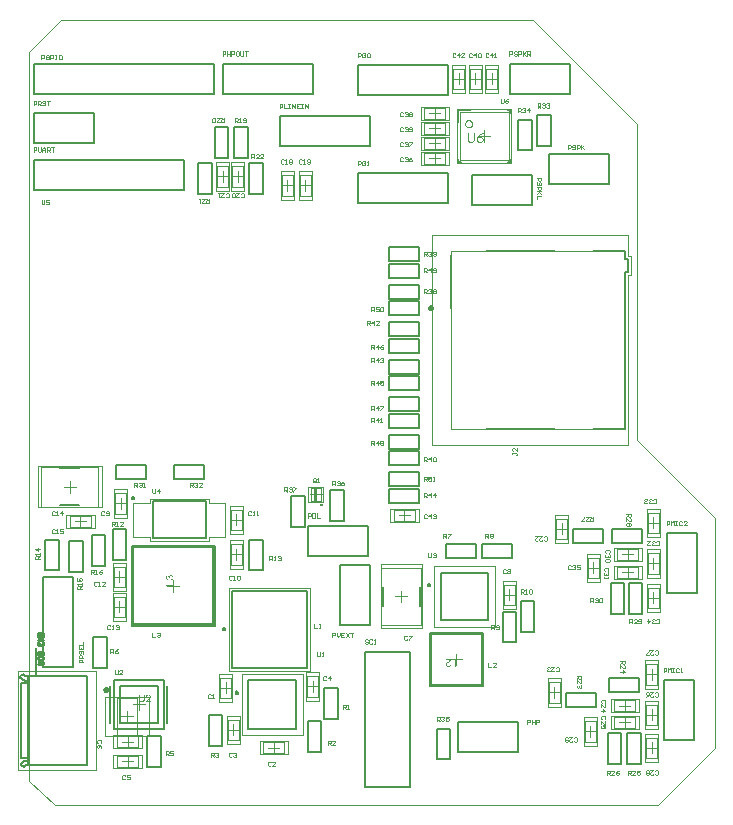
<source format=gto>
%FSTAX23Y23*%
%MOIN*%
%SFA1B1*%

%IPPOS*%
%ADD10C,0.009449*%
%ADD11C,0.004921*%
%ADD12C,0.009843*%
%ADD13C,0.007874*%
%ADD14C,0.005000*%
%ADD15C,0.003000*%
%ADD16C,0.004000*%
%ADD17C,0.003937*%
%ADD18C,0.010000*%
%ADD19C,0.001969*%
%LNsolears_v1-1*%
%LPD*%
G36*
X01384Y01353D02*
Y01353D01*
Y01352*
Y01352*
Y01352*
X01384Y01352*
Y01351*
X01384Y01351*
X01384Y0135*
X01384Y01349*
X01384Y01348*
X01384Y01347*
X01384Y01347*
X01383Y01346*
Y01346*
X01383Y01346*
X01383Y01346*
X01383Y01346*
X01383Y01346*
X01383Y01345*
X01382Y01345*
X01382Y01344*
X01381Y01343*
X0138Y01343*
X0138*
X0138Y01343*
X0138Y01343*
X0138Y01343*
X0138Y01343*
X01379Y01342*
X01379Y01342*
X01379Y01342*
X01378Y01342*
X01378Y01342*
X01377Y01342*
X01377Y01342*
X01376Y01342*
X01376Y01342*
X01374Y01341*
X01374*
X01374Y01342*
X01374*
X01373Y01342*
X01373Y01342*
X01372Y01342*
X01371Y01342*
X01371Y01342*
X0137Y01342*
X01369Y01343*
X01369*
X01369Y01343*
X01368Y01343*
X01368Y01343*
X01368Y01343*
X01367Y01344*
X01367Y01344*
X01366Y01345*
X01366Y01345*
X01365Y01346*
Y01346*
X01365Y01346*
X01365Y01346*
X01365Y01347*
X01365Y01347*
X01365Y01347*
X01365Y01347*
X01365Y01348*
X01365Y01348*
X01365Y01349*
X01365Y01349*
X01365Y0135*
X01365Y0135*
X01365Y01351*
X01365Y01352*
Y01353*
Y01367*
X01368*
Y01353*
Y01353*
Y01352*
Y01352*
Y01352*
X01368Y01352*
Y01351*
X01368Y01351*
X01368Y0135*
X01368Y01349*
X01368Y01348*
X01368Y01348*
X01368Y01348*
X01368Y01348*
X01369Y01347*
X01369Y01347*
X01369Y01347*
X01369Y01346*
X0137Y01346*
X0137Y01346*
X01371Y01345*
X01371Y01345*
X01371Y01345*
X01371Y01345*
X01372Y01345*
X01372Y01345*
X01373Y01345*
X01373Y01345*
X01374Y01344*
X01375*
X01375Y01345*
X01375*
X01375Y01345*
X01376Y01345*
X01377Y01345*
X01378Y01345*
X01379Y01346*
X01379Y01346*
X01379Y01346*
X01379Y01346*
X01379Y01346*
X0138Y01346*
X0138Y01346*
X0138Y01347*
X0138Y01347*
X0138Y01347*
X0138Y01348*
X0138Y01348*
X0138Y01348*
X01381Y01349*
X01381Y0135*
X01381Y0135*
X01381Y01351*
X01381Y01352*
Y01353*
Y01367*
X01384*
Y01353*
G37*
G36*
X01398Y01367D02*
X01398Y01367D01*
X01398Y01367*
X01399Y01367*
X01399Y01367*
X014Y01367*
X01401Y01366*
X01401Y01366*
X01402Y01366*
X01402Y01366*
X01403Y01365*
X01403Y01365*
X01403Y01365*
X01403Y01365*
X01403Y01365*
X01403Y01365*
X01403Y01364*
X01404Y01364*
X01404Y01364*
X01404Y01363*
X01405Y01362*
X01405Y01362*
X01405Y01361*
X01405Y01361*
X01405Y0136*
Y0136*
Y0136*
X01405Y0136*
X01405Y01359*
X01405Y01359*
X01405Y01358*
X01404Y01358*
X01404Y01357*
X01404Y01357*
X01404Y01357*
X01404Y01357*
X01404Y01356*
X01403Y01356*
X01403Y01355*
X01403Y01355*
X01402Y01354*
X01402Y01354*
X01402Y01354*
X01402Y01354*
X01401Y01353*
X01401Y01353*
X01401Y01353*
X01401Y01353*
X014Y01352*
X014Y01352*
X014Y01352*
X01399Y01351*
X01399Y01351*
X01398Y0135*
X01397Y0135*
X01397Y0135*
X01397Y0135*
X01397Y0135*
X01397Y01349*
X01397Y01349*
X01396Y01349*
X01396Y01348*
X01395Y01348*
X01395Y01347*
X01394Y01347*
X01394Y01347*
X01394Y01347*
X01394Y01346*
X01394Y01346*
X01393Y01346*
X01393Y01346*
X01393Y01346*
X01393Y01346*
X01392Y01345*
X01405*
Y01342*
X01388*
Y01342*
Y01342*
Y01342*
X01388Y01343*
X01388Y01343*
X01388Y01343*
X01388Y01344*
X01389Y01344*
Y01344*
X01389Y01344*
X01389Y01344*
X01389Y01345*
X01389Y01345*
X01389Y01346*
X0139Y01346*
X0139Y01347*
X01391Y01347*
Y01347*
X01391Y01347*
X01391Y01348*
X01391Y01348*
X01392Y01349*
X01392Y01349*
X01393Y0135*
X01394Y0135*
X01395Y01351*
X01395Y01351*
X01395Y01351*
X01395Y01352*
X01395Y01352*
X01396Y01352*
X01396Y01352*
X01396Y01353*
X01397Y01353*
X01398Y01354*
X01399Y01355*
X01399Y01355*
X014Y01356*
X014Y01356*
X014Y01357*
Y01357*
X014Y01357*
X014Y01357*
X014Y01357*
X01401Y01357*
X01401Y01358*
X01401Y01358*
X01401Y01359*
X01402Y0136*
X01402Y0136*
Y0136*
Y0136*
X01402Y01361*
X01402Y01361*
X01401Y01361*
X01401Y01362*
X01401Y01362*
X01401Y01363*
X014Y01363*
X014Y01363*
X014Y01364*
X014Y01364*
X01399Y01364*
X01399Y01364*
X01398Y01364*
X01398Y01365*
X01397Y01365*
X01397*
X01396Y01365*
X01396Y01365*
X01396Y01364*
X01395Y01364*
X01394Y01364*
X01394Y01364*
X01393Y01363*
X01393Y01363*
X01393Y01363*
X01393Y01363*
X01393Y01362*
X01392Y01362*
X01392Y01361*
X01392Y0136*
X01392Y0136*
X01389Y0136*
Y0136*
X01389Y0136*
Y0136*
X01389Y01361*
X01389Y01361*
X01389Y01361*
X01389Y01362*
X01389Y01362*
X01389Y01363*
X0139Y01364*
X0139Y01364*
X0139Y01365*
X01391Y01365*
X01391Y01365*
X01391Y01365*
X01391Y01365*
X01391Y01366*
X01392Y01366*
X01392Y01366*
X01392Y01366*
X01392Y01366*
X01393Y01366*
X01393Y01366*
X01394Y01367*
X01394Y01367*
X01395Y01367*
X01395Y01367*
X01396Y01367*
X01396Y01367*
X01397Y01367*
X01397*
X01398Y01367*
G37*
G36*
X02423Y01459D02*
X02419D01*
Y01482*
X02407*
Y01485*
X02423*
Y01459*
G37*
G36*
X02405Y01484D02*
Y01484D01*
Y01484*
X02405Y01484*
X02405Y01483*
X02405Y01483*
X02405Y01483*
X02404Y01482*
Y01482*
X02404Y01482*
X02404Y01482*
X02404Y01482*
X02404Y01481*
X02404Y01481*
X02403Y0148*
X02403Y0148*
X02402Y01479*
Y01479*
X02402Y01479*
X02402Y01479*
X02402Y01478*
X02401Y01478*
X02401Y01477*
X024Y01477*
X02399Y01476*
X02398Y01475*
X02398Y01475*
X02398Y01475*
X02398Y01475*
X02398Y01475*
X02397Y01474*
X02397Y01474*
X02397Y01474*
X02396Y01473*
X02395Y01472*
X02394Y01472*
X02394Y01471*
X02393Y01471*
X02393Y0147*
X02393Y0147*
Y0147*
X02393Y0147*
X02393Y0147*
X02393Y0147*
X02392Y01469*
X02392Y01469*
X02392Y01468*
X02392Y01467*
X02391Y01467*
X02391Y01466*
Y01466*
Y01466*
X02391Y01466*
X02391Y01465*
X02392Y01465*
X02392Y01465*
X02392Y01464*
X02392Y01464*
X02393Y01463*
X02393Y01463*
X02393Y01463*
X02393Y01463*
X02394Y01462*
X02394Y01462*
X02395Y01462*
X02395Y01462*
X02396Y01462*
X02396*
X02396Y01462*
X02397Y01462*
X02397Y01462*
X02398Y01462*
X02399Y01462*
X02399Y01463*
X024Y01463*
X024Y01463*
X024Y01463*
X024Y01464*
X024Y01464*
X02401Y01465*
X02401Y01465*
X02401Y01466*
X02401Y01467*
X02404Y01466*
Y01466*
X02404Y01466*
Y01466*
X02404Y01466*
X02404Y01466*
X02404Y01465*
X02404Y01465*
X02404Y01464*
X02404Y01464*
X02403Y01463*
X02403Y01462*
X02403Y01462*
X02402Y01461*
X02402Y01461*
X02402Y01461*
X02402Y01461*
X02402Y01461*
X02401Y01461*
X02401Y01461*
X02401Y01461*
X02401Y0146*
X024Y0146*
X024Y0146*
X02399Y0146*
X02399Y0146*
X02398Y01459*
X02398Y01459*
X02397Y01459*
X02397Y01459*
X02396Y01459*
X02396*
X02395Y01459*
X02395Y01459*
X02395Y01459*
X02394Y01459*
X02394Y01459*
X02393Y0146*
X02392Y0146*
X02392Y0146*
X02391Y01461*
X02391Y01461*
X0239Y01461*
X0239Y01461*
X0239Y01461*
X0239Y01461*
X0239Y01462*
X0239Y01462*
X0239Y01462*
X02389Y01462*
X02389Y01463*
X02389Y01463*
X02388Y01464*
X02388Y01465*
X02388Y01465*
X02388Y01466*
X02388Y01466*
Y01466*
Y01466*
X02388Y01467*
X02388Y01467*
X02388Y01468*
X02388Y01468*
X02389Y01469*
X02389Y01469*
X02389Y01469*
X02389Y01469*
X02389Y0147*
X02389Y0147*
X0239Y01471*
X0239Y01471*
X0239Y01472*
X02391Y01472*
X02391Y01472*
X02391Y01473*
X02391Y01473*
X02392Y01473*
X02392Y01473*
X02392Y01473*
X02392Y01474*
X02393Y01474*
X02393Y01474*
X02393Y01475*
X02394Y01475*
X02394Y01476*
X02395Y01476*
X02396Y01477*
X02396Y01477*
X02396Y01477*
X02396Y01477*
X02396Y01477*
X02396Y01477*
X02397Y01477*
X02397Y01478*
X02398Y01478*
X02398Y01479*
X02399Y0148*
X02399Y0148*
X02399Y0148*
X02399Y0148*
X02399Y0148*
X024Y0148*
X024Y0148*
X024Y01481*
X024Y01481*
X02401Y01482*
X02388*
Y01485*
X02405*
Y01484*
G37*
G36*
X01473Y01765D02*
X01473Y01765D01*
X01473Y01765*
X01474Y01765*
X01474Y01765*
X01475Y01764*
X01475Y01764*
X01476Y01764*
X01476Y01764*
X01477Y01763*
X01477Y01763*
X01478Y01763*
X01478Y01762*
X01478Y01762*
X01478Y01762*
X01478Y01762*
X01478Y01762*
X01478Y01762*
X01479Y01761*
X01479Y01761*
X01479Y0176*
X01479Y0176*
X01479Y01759*
X0148Y01759*
X0148Y01758*
X0148Y01758*
X0148Y01757*
X0148Y01756*
Y01756*
X0148Y01756*
X0148Y01756*
X0148Y01755*
X0148Y01755*
X0148Y01755*
X01479Y01754*
X01479Y01753*
X01479Y01752*
X01479Y01752*
X01478Y01751*
X01478Y01751*
X01478Y01751*
X01478Y01751*
X01478Y01751*
X01478Y01751*
X01477Y0175*
X01477Y0175*
X01477Y0175*
X01477Y0175*
X01476Y0175*
X01476Y01749*
X01475Y01749*
X01474Y01749*
X01473Y01749*
X01473Y01748*
X01472Y01752*
X01472*
X01473Y01752*
X01473Y01752*
X01473Y01752*
X01473Y01752*
X01473Y01752*
X01474Y01752*
X01475Y01752*
X01475Y01753*
X01476Y01753*
X01476Y01753*
X01476Y01753*
X01476Y01754*
X01477Y01754*
X01477Y01754*
X01477Y01755*
X01477Y01755*
X01477Y01756*
X01477Y01756*
Y01757*
X01477Y01757*
X01477Y01757*
X01477Y01758*
X01477Y01758*
X01477Y01759*
X01476Y0176*
X01476Y0176*
X01476Y0176*
X01476Y0176*
X01475Y01761*
X01475Y01761*
X01474Y01761*
X01474Y01761*
X01473Y01762*
X01472Y01762*
X01472*
X01472*
X01472*
X01472Y01762*
X01471Y01762*
X01471Y01761*
X0147Y01761*
X0147Y01761*
X01469Y01761*
X01469Y0176*
X01469Y0176*
X01468Y0176*
X01468Y0176*
X01468Y01759*
X01468Y01759*
X01467Y01758*
X01467Y01757*
X01467Y01757*
Y01756*
X01467Y01756*
X01467Y01756*
X01467Y01755*
X01467Y01755*
X01468Y01755*
X01465Y01755*
Y01755*
X01465Y01755*
Y01756*
X01465Y01756*
X01465Y01757*
X01465Y01757*
X01464Y01758*
X01464Y01758*
X01464Y01759*
Y01759*
X01464Y01759*
X01464Y01759*
X01463Y01759*
X01463Y0176*
X01463Y0176*
X01462Y0176*
X01461Y0176*
X01461Y01761*
X01461*
X01461*
X01461*
X0146*
X0146Y0176*
X0146Y0176*
X01459Y0176*
X01459Y0176*
X01458Y0176*
X01458Y01759*
X01458Y01759*
X01458Y01759*
X01458Y01759*
X01457Y01759*
X01457Y01758*
X01457Y01758*
X01457Y01757*
X01457Y01756*
Y01756*
X01457Y01756*
X01457Y01755*
X01457Y01755*
X01457Y01754*
X01458Y01754*
X01458Y01753*
X01458Y01753*
X01458Y01753*
X01458Y01753*
X01459Y01753*
X01459Y01753*
X0146Y01752*
X0146Y01752*
X01461Y01752*
X01461Y01749*
X01461*
X01461Y01749*
X0146Y01749*
X0146Y01749*
X0146Y01749*
X0146Y01749*
X01459Y01749*
X01458Y0175*
X01457Y0175*
X01457Y01751*
X01456Y01751*
X01456Y01751*
X01456Y01751*
X01456Y01752*
X01456Y01752*
X01456Y01752*
X01455Y01752*
X01455Y01752*
X01455Y01753*
X01455Y01753*
X01454Y01754*
X01454Y01755*
X01454Y01756*
Y01757*
X01454Y01757*
X01454Y01758*
X01454Y01758*
X01455Y01759*
X01455Y01759*
X01455Y0176*
Y0176*
X01455Y0176*
X01455Y0176*
X01455Y01761*
X01456Y01761*
X01456Y01762*
X01456Y01762*
X01457Y01762*
X01458Y01763*
X01458Y01763*
X01458Y01763*
X01458Y01763*
X01458Y01763*
X01459Y01763*
X0146Y01764*
X0146Y01764*
X01461Y01764*
X01461*
X01461*
X01461Y01764*
X01462Y01764*
X01462Y01763*
X01463Y01763*
X01463Y01763*
X01464Y01763*
X01464Y01763*
X01464Y01763*
X01464Y01762*
X01465Y01762*
X01465Y01762*
X01465Y01761*
X01466Y01761*
X01466Y0176*
Y0176*
X01466Y0176*
X01466Y0176*
X01466Y01761*
X01466Y01761*
X01466Y01761*
X01467Y01762*
X01467Y01763*
X01467Y01763*
X01468Y01764*
X01468Y01764*
X01468Y01764*
X01469Y01764*
X01469Y01764*
X0147Y01765*
X0147Y01765*
X01471Y01765*
X01472Y01765*
X01472*
X01472*
X01472*
X01473Y01765*
G37*
G36*
X0148Y0173D02*
X01454D01*
Y01733*
X01477*
Y01746*
X0148*
Y0173*
G37*
G54D10*
X02342Y02657D02*
D01*
X02342Y02657*
X02342Y02657*
X02342Y02658*
X02342Y02658*
X02342Y02658*
X02342Y02659*
X02342Y02659*
X02341Y02659*
X02341Y02659*
X02341Y0266*
X02341Y0266*
X02341Y0266*
X0234Y0266*
X0234Y02661*
X0234Y02661*
X02339Y02661*
X02339Y02661*
X02339Y02661*
X02339Y02661*
X02338Y02661*
X02338Y02661*
X02338Y02661*
X02337*
X02337Y02661*
X02337Y02661*
X02336Y02661*
X02336Y02661*
X02336Y02661*
X02335Y02661*
X02335Y02661*
X02335Y02661*
X02334Y0266*
X02334Y0266*
X02334Y0266*
X02334Y0266*
X02334Y02659*
X02333Y02659*
X02333Y02659*
X02333Y02659*
X02333Y02658*
X02333Y02658*
X02333Y02658*
X02333Y02657*
X02333Y02657*
X02333Y02657*
X02333Y02656*
X02333Y02656*
X02333Y02656*
X02333Y02655*
X02333Y02655*
X02333Y02655*
X02333Y02654*
X02333Y02654*
X02334Y02654*
X02334Y02654*
X02334Y02653*
X02334Y02653*
X02334Y02653*
X02335Y02653*
X02335Y02653*
X02335Y02652*
X02336Y02652*
X02336Y02652*
X02336Y02652*
X02337Y02652*
X02337Y02652*
X02337Y02652*
X02338*
X02338Y02652*
X02338Y02652*
X02339Y02652*
X02339Y02652*
X02339Y02652*
X02339Y02652*
X0234Y02653*
X0234Y02653*
X0234Y02653*
X02341Y02653*
X02341Y02653*
X02341Y02654*
X02341Y02654*
X02341Y02654*
X02342Y02654*
X02342Y02655*
X02342Y02655*
X02342Y02655*
X02342Y02656*
X02342Y02656*
X02342Y02656*
X02342Y02657*
D01*
X02342Y02657*
X02342Y02657*
X02342Y02658*
X02342Y02658*
X02342Y02658*
X02342Y02659*
X02342Y02659*
X02341Y02659*
X02341Y02659*
X02341Y0266*
X02341Y0266*
X02341Y0266*
X0234Y0266*
X0234Y02661*
X0234Y02661*
X02339Y02661*
X02339Y02661*
X02339Y02661*
X02339Y02661*
X02338Y02661*
X02338Y02661*
X02338Y02661*
X02337*
X02337Y02661*
X02337Y02661*
X02336Y02661*
X02336Y02661*
X02336Y02661*
X02335Y02661*
X02335Y02661*
X02335Y02661*
X02334Y0266*
X02334Y0266*
X02334Y0266*
X02334Y0266*
X02334Y02659*
X02333Y02659*
X02333Y02659*
X02333Y02659*
X02333Y02658*
X02333Y02658*
X02333Y02658*
X02333Y02657*
X02333Y02657*
X02333Y02657*
X02333Y02656*
X02333Y02656*
X02333Y02656*
X02333Y02655*
X02333Y02655*
X02333Y02655*
X02333Y02654*
X02333Y02654*
X02334Y02654*
X02334Y02654*
X02334Y02653*
X02334Y02653*
X02334Y02653*
X02335Y02653*
X02335Y02653*
X02335Y02652*
X02336Y02652*
X02336Y02652*
X02336Y02652*
X02337Y02652*
X02337Y02652*
X02337Y02652*
X02338*
X02338Y02652*
X02338Y02652*
X02339Y02652*
X02339Y02652*
X02339Y02652*
X02339Y02652*
X0234Y02653*
X0234Y02653*
X0234Y02653*
X02341Y02653*
X02341Y02653*
X02341Y02654*
X02341Y02654*
X02341Y02654*
X02342Y02654*
X02342Y02655*
X02342Y02655*
X02342Y02655*
X02342Y02656*
X02342Y02656*
X02342Y02656*
X02342Y02657*
G54D11*
X01975Y02D02*
D01*
X01975Y02*
X01975Y02*
X01975Y02001*
X01975Y02001*
X01975Y02001*
X01974Y02001*
X01974Y02001*
X01974Y02001*
X01974Y02001*
X01974Y02002*
X01974Y02002*
X01974Y02002*
X01974Y02002*
X01974Y02002*
X01973Y02002*
X01973Y02002*
X01973Y02002*
X01973Y02002*
X01973Y02002*
X01973Y02002*
X01972Y02002*
X01972Y02003*
X01972*
X01972Y02002*
X01972Y02002*
X01972Y02002*
X01971Y02002*
X01971Y02002*
X01971Y02002*
X01971Y02002*
X01971Y02002*
X01971Y02002*
X01971Y02002*
X0197Y02002*
X0197Y02002*
X0197Y02001*
X0197Y02001*
X0197Y02001*
X0197Y02001*
X0197Y02001*
X0197Y02001*
X0197Y02001*
X0197Y02*
X0197Y02*
X0197Y02*
X0197Y02*
X0197Y02*
X0197Y02*
X0197Y01999*
X0197Y01999*
X0197Y01999*
X0197Y01999*
X0197Y01999*
X0197Y01999*
X0197Y01998*
X0197Y01998*
X01971Y01998*
X01971Y01998*
X01971Y01998*
X01971Y01998*
X01971Y01998*
X01971Y01998*
X01971Y01998*
X01972Y01998*
X01972Y01998*
X01972Y01998*
X01972Y01998*
X01972*
X01972Y01998*
X01973Y01998*
X01973Y01998*
X01973Y01998*
X01973Y01998*
X01973Y01998*
X01973Y01998*
X01974Y01998*
X01974Y01998*
X01974Y01998*
X01974Y01998*
X01974Y01998*
X01974Y01999*
X01974Y01999*
X01974Y01999*
X01974Y01999*
X01975Y01999*
X01975Y01999*
X01975Y02*
X01975Y02*
X01975Y02*
X01975Y02*
G54D12*
X01259Y01384D02*
D01*
X01259Y01384*
X01259Y01384*
X01259Y01385*
X01259Y01385*
X01259Y01385*
X01259Y01386*
X01259Y01386*
X01258Y01386*
X01258Y01387*
X01258Y01387*
X01258Y01387*
X01258Y01387*
X01257Y01388*
X01257Y01388*
X01257Y01388*
X01256Y01388*
X01256Y01388*
X01256Y01388*
X01255Y01388*
X01255Y01389*
X01255Y01389*
X01254Y01389*
X01254*
X01254Y01389*
X01253Y01389*
X01253Y01388*
X01253Y01388*
X01252Y01388*
X01252Y01388*
X01252Y01388*
X01252Y01388*
X01251Y01388*
X01251Y01387*
X01251Y01387*
X0125Y01387*
X0125Y01387*
X0125Y01386*
X0125Y01386*
X0125Y01386*
X0125Y01385*
X0125Y01385*
X01249Y01385*
X01249Y01384*
X01249Y01384*
X01249Y01384*
X01249Y01383*
X01249Y01383*
X01249Y01383*
X0125Y01382*
X0125Y01382*
X0125Y01382*
X0125Y01381*
X0125Y01381*
X0125Y01381*
X0125Y01381*
X01251Y0138*
X01251Y0138*
X01251Y0138*
X01252Y0138*
X01252Y01379*
X01252Y01379*
X01252Y01379*
X01253Y01379*
X01253Y01379*
X01253Y01379*
X01254Y01379*
X01254Y01379*
X01254*
X01255Y01379*
X01255Y01379*
X01255Y01379*
X01256Y01379*
X01256Y01379*
X01256Y01379*
X01257Y01379*
X01257Y0138*
X01257Y0138*
X01258Y0138*
X01258Y0138*
X01258Y01381*
X01258Y01381*
X01258Y01381*
X01259Y01381*
X01259Y01382*
X01259Y01382*
X01259Y01382*
X01259Y01383*
X01259Y01383*
X01259Y01383*
X01259Y01384*
G54D13*
X01652Y01585D02*
D01*
X01652Y01585*
X01652Y01585*
X01652Y01585*
X01652Y01586*
X01652Y01586*
X01652Y01586*
X01651Y01586*
X01651Y01587*
X01651Y01587*
X01651Y01587*
X01651Y01587*
X01651Y01587*
X0165Y01588*
X0165Y01588*
X0165Y01588*
X0165Y01588*
X01649Y01588*
X01649Y01588*
X01649Y01588*
X01649Y01588*
X01648Y01588*
X01648Y01588*
X01648*
X01648Y01588*
X01647Y01588*
X01647Y01588*
X01647Y01588*
X01646Y01588*
X01646Y01588*
X01646Y01588*
X01646Y01588*
X01646Y01588*
X01645Y01587*
X01645Y01587*
X01645Y01587*
X01645Y01587*
X01645Y01587*
X01644Y01586*
X01644Y01586*
X01644Y01586*
X01644Y01586*
X01644Y01585*
X01644Y01585*
X01644Y01585*
X01644Y01585*
X01644Y01584*
X01644Y01584*
X01644Y01584*
X01644Y01583*
X01644Y01583*
X01644Y01583*
X01644Y01583*
X01645Y01582*
X01645Y01582*
X01645Y01582*
X01645Y01582*
X01645Y01582*
X01646Y01581*
X01646Y01581*
X01646Y01581*
X01646Y01581*
X01646Y01581*
X01647Y01581*
X01647Y01581*
X01647Y01581*
X01648Y01581*
X01648Y01581*
X01648*
X01648Y01581*
X01649Y01581*
X01649Y01581*
X01649Y01581*
X01649Y01581*
X0165Y01581*
X0165Y01581*
X0165Y01581*
X0165Y01581*
X01651Y01582*
X01651Y01582*
X01651Y01582*
X01651Y01582*
X01651Y01582*
X01651Y01583*
X01652Y01583*
X01652Y01583*
X01652Y01583*
X01652Y01584*
X01652Y01584*
X01652Y01584*
X01652Y01585*
X02336Y01733D02*
D01*
X02336Y01733*
X02336Y01733*
X02336Y01734*
X02336Y01734*
X02336Y01734*
X02336Y01734*
X02336Y01735*
X02336Y01735*
X02336Y01735*
X02335Y01735*
X02335Y01736*
X02335Y01736*
X02335Y01736*
X02335Y01736*
X02334Y01736*
X02334Y01736*
X02334Y01737*
X02334Y01737*
X02333Y01737*
X02333Y01737*
X02333Y01737*
X02333Y01737*
X02332*
X02332Y01737*
X02332Y01737*
X02331Y01737*
X02331Y01737*
X02331Y01737*
X02331Y01736*
X0233Y01736*
X0233Y01736*
X0233Y01736*
X0233Y01736*
X0233Y01736*
X02329Y01735*
X02329Y01735*
X02329Y01735*
X02329Y01735*
X02329Y01734*
X02329Y01734*
X02329Y01734*
X02329Y01734*
X02328Y01733*
X02328Y01733*
X02328Y01733*
X02328Y01733*
X02328Y01732*
X02329Y01732*
X02329Y01732*
X02329Y01732*
X02329Y01731*
X02329Y01731*
X02329Y01731*
X02329Y01731*
X02329Y0173*
X0233Y0173*
X0233Y0173*
X0233Y0173*
X0233Y0173*
X0233Y01729*
X02331Y01729*
X02331Y01729*
X02331Y01729*
X02331Y01729*
X02332Y01729*
X02332Y01729*
X02332Y01729*
X02333*
X02333Y01729*
X02333Y01729*
X02333Y01729*
X02334Y01729*
X02334Y01729*
X02334Y01729*
X02334Y01729*
X02335Y0173*
X02335Y0173*
X02335Y0173*
X02335Y0173*
X02335Y0173*
X02336Y01731*
X02336Y01731*
X02336Y01731*
X02336Y01731*
X02336Y01732*
X02336Y01732*
X02336Y01732*
X02336Y01732*
X02336Y01733*
X02336Y01733*
X0135Y02022D02*
D01*
X0135Y02023*
X0135Y02023*
X0135Y02023*
X0135Y02024*
X0135Y02024*
X0135Y02024*
X0135Y02024*
X0135Y02025*
X0135Y02025*
X01349Y02025*
X01349Y02025*
X01349Y02026*
X01349Y02026*
X01348Y02026*
X01348Y02026*
X01348Y02026*
X01348Y02026*
X01347Y02027*
X01347Y02027*
X01347Y02027*
X01346Y02027*
X01346Y02027*
X01346*
X01345Y02027*
X01345Y02027*
X01345Y02027*
X01345Y02027*
X01344Y02026*
X01344Y02026*
X01344Y02026*
X01343Y02026*
X01343Y02026*
X01343Y02026*
X01343Y02025*
X01343Y02025*
X01342Y02025*
X01342Y02025*
X01342Y02024*
X01342Y02024*
X01342Y02024*
X01342Y02024*
X01342Y02023*
X01342Y02023*
X01342Y02023*
X01342Y02022*
X01342Y02022*
X01342Y02022*
X01342Y02021*
X01342Y02021*
X01342Y02021*
X01342Y02021*
X01342Y0202*
X01342Y0202*
X01342Y0202*
X01343Y0202*
X01343Y02019*
X01343Y02019*
X01343Y02019*
X01343Y02019*
X01344Y02019*
X01344Y02018*
X01344Y02018*
X01345Y02018*
X01345Y02018*
X01345Y02018*
X01345Y02018*
X01346Y02018*
X01346*
X01346Y02018*
X01347Y02018*
X01347Y02018*
X01347Y02018*
X01348Y02018*
X01348Y02018*
X01348Y02019*
X01348Y02019*
X01349Y02019*
X01349Y02019*
X01349Y02019*
X01349Y0202*
X0135Y0202*
X0135Y0202*
X0135Y0202*
X0135Y02021*
X0135Y02021*
X0135Y02021*
X0135Y02021*
X0135Y02022*
X0135Y02022*
X0135Y02022*
X01696Y01374D02*
D01*
X01696Y01374*
X01695Y01374*
X01695Y01375*
X01695Y01375*
X01695Y01375*
X01695Y01375*
X01695Y01376*
X01695Y01376*
X01695Y01376*
X01695Y01376*
X01694Y01377*
X01694Y01377*
X01694Y01377*
X01694Y01377*
X01694Y01377*
X01693Y01377*
X01693Y01378*
X01693Y01378*
X01693Y01378*
X01692Y01378*
X01692Y01378*
X01692Y01378*
X01691*
X01691Y01378*
X01691Y01378*
X01691Y01378*
X0169Y01378*
X0169Y01378*
X0169Y01377*
X0169Y01377*
X01689Y01377*
X01689Y01377*
X01689Y01377*
X01689Y01377*
X01689Y01376*
X01688Y01376*
X01688Y01376*
X01688Y01376*
X01688Y01375*
X01688Y01375*
X01688Y01375*
X01688Y01375*
X01688Y01374*
X01688Y01374*
X01688Y01374*
X01688Y01374*
X01688Y01373*
X01688Y01373*
X01688Y01373*
X01688Y01373*
X01688Y01372*
X01688Y01372*
X01688Y01372*
X01688Y01372*
X01689Y01371*
X01689Y01371*
X01689Y01371*
X01689Y01371*
X01689Y01371*
X0169Y0137*
X0169Y0137*
X0169Y0137*
X0169Y0137*
X01691Y0137*
X01691Y0137*
X01691Y0137*
X01691Y0137*
X01692*
X01692Y0137*
X01692Y0137*
X01693Y0137*
X01693Y0137*
X01693Y0137*
X01693Y0137*
X01694Y0137*
X01694Y01371*
X01694Y01371*
X01694Y01371*
X01694Y01371*
X01695Y01371*
X01695Y01372*
X01695Y01372*
X01695Y01372*
X01695Y01372*
X01695Y01373*
X01695Y01373*
X01695Y01373*
X01695Y01373*
X01696Y01374*
X01696Y01374*
X01103Y02121D02*
X01166D01*
X01103Y01998D02*
X01166D01*
X01615Y0337D02*
Y0347D01*
X01015Y0337D02*
Y0347D01*
X01615*
X01015Y0337D02*
X01615D01*
X02731Y0317D02*
X02931D01*
X02731Y0307D02*
Y0317D01*
Y0307D02*
X02931D01*
Y0317*
X02986Y02253D02*
Y02775D01*
X02877Y02253D02*
X02986D01*
X02522D02*
X02751D01*
X02405Y02657D02*
Y02834D01*
X02522Y02846D02*
X02751D01*
X02986Y02775D02*
X02996D01*
Y02818*
X02986D02*
X02996D01*
X02986D02*
Y02846D01*
X02877D02*
X02986D01*
X02135Y016D02*
Y018D01*
X02035D02*
X02135D01*
X02035Y016D02*
Y018D01*
Y016D02*
X02135D01*
X0243Y01275D02*
X0263D01*
X0243Y01175D02*
Y01275D01*
Y01175D02*
X0263D01*
Y01275*
X02476Y031D02*
X02676D01*
X02476Y03D02*
Y031D01*
Y03D02*
X02676D01*
Y031*
X0243Y03144D02*
X02438D01*
X0243D02*
Y03152D01*
X02594Y03144D02*
X02601D01*
Y03152*
Y03307D02*
Y03315D01*
X02594D02*
X02601D01*
X0243D02*
X02469D01*
X0243Y03277D02*
Y03315D01*
X01953Y02013D02*
X01956D01*
X01953Y02056D02*
X01956D01*
Y02013D02*
Y02056D01*
X01953Y02013D02*
Y02056D01*
X0127Y01272D02*
Y01397D01*
X01459Y01272D02*
Y01397D01*
X02301Y01663D02*
Y01726D01*
X02178Y01663D02*
Y01726D01*
X02338Y014D02*
X02507D01*
X02338D02*
Y01569D01*
X02507*
Y014D02*
Y01569D01*
X01346Y01601D02*
Y01859D01*
X01613*
Y01601D02*
Y01859D01*
X01346Y01601D02*
X01613D01*
X01045Y0146D02*
X01145D01*
X01045D02*
Y0176D01*
X01145*
Y0146D02*
Y0176D01*
X02096Y03465D02*
X02396D01*
X02096Y03365D02*
Y03465D01*
Y03365D02*
X02396D01*
Y03465*
X02801Y0337D02*
Y0347D01*
X02601Y0337D02*
X02801D01*
X02601D02*
Y0347D01*
X02801*
X01645Y0337D02*
X01945D01*
Y0347*
X01645D02*
X01945D01*
X01645Y0337D02*
Y0347D01*
X02096Y03105D02*
X02396D01*
X02096Y03005D02*
Y03105D01*
Y03005D02*
X02396D01*
Y03105*
X03115Y01215D02*
X03215D01*
X03115D02*
Y01415D01*
X03215*
Y01215D02*
Y01415D01*
X01835Y03295D02*
X02135D01*
X01835Y03195D02*
Y03295D01*
Y03195D02*
X02135D01*
Y03295*
X0193Y0183D02*
Y0193D01*
X0213*
Y0183D02*
Y0193D01*
X0193Y0183D02*
X0213D01*
X03125Y01705D02*
X03225D01*
X03125D02*
Y01905D01*
X03225*
Y01705D02*
Y01905D01*
X01515Y0305D02*
Y0315D01*
X01015Y0305D02*
X01515D01*
X01015Y0315D02*
X01515D01*
X01015Y0305D02*
Y0315D01*
Y03205D02*
Y03305D01*
X01215*
Y03205D02*
Y03305D01*
X01015Y03205D02*
X01215D01*
X0212Y0151D02*
X0227D01*
Y0106D02*
Y0151D01*
X0212Y0106D02*
X0227D01*
X0212D02*
Y0151D01*
X01302Y01397D02*
X01427D01*
Y01272D02*
Y01397D01*
X01302Y01272D02*
X01427D01*
X01302D02*
Y01397D01*
X02338Y014D02*
X02507D01*
X02338D02*
Y01569D01*
X02507*
Y014D02*
Y01569D01*
X01346Y01601D02*
Y01859D01*
X01613*
Y01601D02*
Y01859D01*
X01346Y01601D02*
X01613D01*
X01282Y01417D02*
X01447D01*
Y01252D02*
Y01417D01*
X01282Y01252D02*
X01447D01*
X01282D02*
Y01417D01*
X02334Y01396D02*
X02511D01*
X02334D02*
Y01573D01*
X02511*
Y01396D02*
Y01573D01*
X01342Y01597D02*
Y01863D01*
X01617*
Y01597D02*
Y01863D01*
X01342Y01597D02*
X01617D01*
X01282Y01417D02*
X01447D01*
Y01252D02*
Y01417D01*
X01282Y01252D02*
X01447D01*
X01282D02*
Y01417D01*
X02334Y01396D02*
X02511D01*
X02334D02*
Y01573D01*
X02511*
Y01396D02*
Y01573D01*
X01342Y01597D02*
Y01863D01*
X01617*
Y01597D02*
Y01863D01*
X01342Y01597D02*
X01617D01*
X01652Y01585D02*
D01*
X01652Y01585*
X01652Y01585*
X01652Y01585*
X01652Y01586*
X01652Y01586*
X01652Y01586*
X01651Y01586*
X01651Y01587*
X01651Y01587*
X01651Y01587*
X01651Y01587*
X01651Y01587*
X0165Y01588*
X0165Y01588*
X0165Y01588*
X0165Y01588*
X01649Y01588*
X01649Y01588*
X01649Y01588*
X01649Y01588*
X01648Y01588*
X01648Y01588*
X01648*
X01648Y01588*
X01647Y01588*
X01647Y01588*
X01647Y01588*
X01646Y01588*
X01646Y01588*
X01646Y01588*
X01646Y01588*
X01646Y01588*
X01645Y01587*
X01645Y01587*
X01645Y01587*
X01645Y01587*
X01645Y01587*
X01644Y01586*
X01644Y01586*
X01644Y01586*
X01644Y01586*
X01644Y01585*
X01644Y01585*
X01644Y01585*
X01644Y01585*
X01644Y01584*
X01644Y01584*
X01644Y01584*
X01644Y01583*
X01644Y01583*
X01644Y01583*
X01644Y01583*
X01645Y01582*
X01645Y01582*
X01645Y01582*
X01645Y01582*
X01645Y01582*
X01646Y01581*
X01646Y01581*
X01646Y01581*
X01646Y01581*
X01646Y01581*
X01647Y01581*
X01647Y01581*
X01647Y01581*
X01648Y01581*
X01648Y01581*
X01648*
X01648Y01581*
X01649Y01581*
X01649Y01581*
X01649Y01581*
X01649Y01581*
X0165Y01581*
X0165Y01581*
X0165Y01581*
X0165Y01581*
X01651Y01582*
X01651Y01582*
X01651Y01582*
X01651Y01582*
X01651Y01582*
X01651Y01583*
X01652Y01583*
X01652Y01583*
X01652Y01583*
X01652Y01584*
X01652Y01584*
X01652Y01584*
X01652Y01585*
X02336Y01733D02*
D01*
X02336Y01733*
X02336Y01733*
X02336Y01734*
X02336Y01734*
X02336Y01734*
X02336Y01734*
X02336Y01735*
X02336Y01735*
X02336Y01735*
X02335Y01735*
X02335Y01736*
X02335Y01736*
X02335Y01736*
X02335Y01736*
X02334Y01736*
X02334Y01736*
X02334Y01737*
X02334Y01737*
X02333Y01737*
X02333Y01737*
X02333Y01737*
X02333Y01737*
X02332*
X02332Y01737*
X02332Y01737*
X02331Y01737*
X02331Y01737*
X02331Y01737*
X02331Y01736*
X0233Y01736*
X0233Y01736*
X0233Y01736*
X0233Y01736*
X0233Y01736*
X02329Y01735*
X02329Y01735*
X02329Y01735*
X02329Y01735*
X02329Y01734*
X02329Y01734*
X02329Y01734*
X02329Y01734*
X02328Y01733*
X02328Y01733*
X02328Y01733*
X02328Y01733*
X02328Y01732*
X02329Y01732*
X02329Y01732*
X02329Y01732*
X02329Y01731*
X02329Y01731*
X02329Y01731*
X02329Y01731*
X02329Y0173*
X0233Y0173*
X0233Y0173*
X0233Y0173*
X0233Y0173*
X0233Y01729*
X02331Y01729*
X02331Y01729*
X02331Y01729*
X02331Y01729*
X02332Y01729*
X02332Y01729*
X02332Y01729*
X02333*
X02333Y01729*
X02333Y01729*
X02333Y01729*
X02334Y01729*
X02334Y01729*
X02334Y01729*
X02334Y01729*
X02335Y0173*
X02335Y0173*
X02335Y0173*
X02335Y0173*
X02335Y0173*
X02336Y01731*
X02336Y01731*
X02336Y01731*
X02336Y01731*
X02336Y01732*
X02336Y01732*
X02336Y01732*
X02336Y01732*
X02336Y01733*
X02336Y01733*
X01696Y01374D02*
D01*
X01696Y01374*
X01695Y01374*
X01695Y01375*
X01695Y01375*
X01695Y01375*
X01695Y01375*
X01695Y01376*
X01695Y01376*
X01695Y01376*
X01695Y01376*
X01694Y01377*
X01694Y01377*
X01694Y01377*
X01694Y01377*
X01694Y01377*
X01693Y01377*
X01693Y01378*
X01693Y01378*
X01693Y01378*
X01692Y01378*
X01692Y01378*
X01692Y01378*
X01691*
X01691Y01378*
X01691Y01378*
X01691Y01378*
X0169Y01378*
X0169Y01378*
X0169Y01377*
X0169Y01377*
X01689Y01377*
X01689Y01377*
X01689Y01377*
X01689Y01377*
X01689Y01376*
X01688Y01376*
X01688Y01376*
X01688Y01376*
X01688Y01375*
X01688Y01375*
X01688Y01375*
X01688Y01375*
X01688Y01374*
X01688Y01374*
X01688Y01374*
X01688Y01374*
X01688Y01373*
X01688Y01373*
X01688Y01373*
X01688Y01373*
X01688Y01372*
X01688Y01372*
X01688Y01372*
X01688Y01372*
X01689Y01371*
X01689Y01371*
X01689Y01371*
X01689Y01371*
X01689Y01371*
X0169Y0137*
X0169Y0137*
X0169Y0137*
X0169Y0137*
X01691Y0137*
X01691Y0137*
X01691Y0137*
X01691Y0137*
X01692*
X01692Y0137*
X01692Y0137*
X01693Y0137*
X01693Y0137*
X01693Y0137*
X01693Y0137*
X01694Y0137*
X01694Y01371*
X01694Y01371*
X01694Y01371*
X01694Y01371*
X01695Y01371*
X01695Y01372*
X01695Y01372*
X01695Y01372*
X01695Y01372*
X01695Y01373*
X01695Y01373*
X01695Y01373*
X01695Y01373*
X01696Y01374*
X01696Y01374*
G54D14*
X02623Y01542D02*
Y01643D01*
X02577Y01542D02*
Y01643D01*
Y01542D02*
X02623D01*
X02577Y01643D02*
X02623D01*
X01682Y03157D02*
Y03258D01*
X01728Y03157D02*
Y03258D01*
X01682D02*
X01728D01*
X01682Y03157D02*
X01728D01*
X03038Y01137D02*
Y01238D01*
X02992Y01137D02*
Y01238D01*
Y01137D02*
X03038D01*
X02992Y01238D02*
X03038D01*
X02973Y01137D02*
Y01238D01*
X02927Y01137D02*
Y01238D01*
Y01137D02*
X02973D01*
X02927Y01238D02*
X02973D01*
X03043Y01637D02*
Y01738D01*
X02997Y01637D02*
Y01738D01*
Y01637D02*
X03043D01*
X02997Y01738D02*
X03043D01*
X02983Y01637D02*
Y01738D01*
X02937Y01637D02*
Y01738D01*
Y01637D02*
X02983D01*
X02937Y01738D02*
X02983D01*
X02197Y02858D02*
X02298D01*
X02197Y02812D02*
X02298D01*
Y02858*
X02197Y02812D02*
Y02858D01*
Y02803D02*
X02298D01*
X02197Y02757D02*
X02298D01*
Y02803*
X02197Y02757D02*
Y02803D01*
Y02733D02*
X02298D01*
X02197Y02687D02*
X02298D01*
Y02733*
X02197Y02687D02*
Y02733D01*
Y02678D02*
X02298D01*
X02197Y02632D02*
X02298D01*
Y02678*
X02197Y02632D02*
Y02678D01*
Y02608D02*
X02298D01*
X02197Y02562D02*
X02298D01*
Y02608*
X02197Y02562D02*
Y02608D01*
Y02553D02*
X02298D01*
X02197Y02507D02*
X02298D01*
Y02553*
X02197Y02507D02*
Y02553D01*
Y02483D02*
X02298D01*
X02197Y02437D02*
X02298D01*
Y02483*
X02197Y02437D02*
Y02483D01*
Y02428D02*
X02298D01*
X02197Y02382D02*
X02298D01*
Y02428*
X02197Y02382D02*
Y02428D01*
Y02358D02*
X02298D01*
X02197Y02312D02*
X02298D01*
Y02358*
X02197Y02312D02*
Y02358D01*
Y02303D02*
X02298D01*
X02197Y02257D02*
X02298D01*
Y02303*
X02197Y02257D02*
Y02303D01*
Y02233D02*
X02298D01*
X02197Y02187D02*
X02298D01*
Y02233*
X02197Y02187D02*
Y02233D01*
Y02053D02*
X02298D01*
X02197Y02007D02*
X02298D01*
Y02053*
X02197Y02007D02*
Y02053D01*
Y02062D02*
X02298D01*
X02197Y02108D02*
X02298D01*
X02197Y02062D02*
Y02108D01*
X02298Y02062D02*
Y02108D01*
X02197Y02178D02*
X02298D01*
X02197Y02132D02*
X02298D01*
Y02178*
X02197Y02132D02*
Y02178D01*
X01287Y02087D02*
X01388D01*
X01287Y02133D02*
X01388D01*
X01287Y02087D02*
Y02133D01*
X01388Y02087D02*
Y02133D01*
X01482Y02087D02*
X01583D01*
X01482Y02133D02*
X01583D01*
X01482Y02087D02*
Y02133D01*
X01583Y02087D02*
Y02133D01*
X02812Y01918D02*
X02913D01*
X02812Y01872D02*
X02913D01*
Y01918*
X02812Y01872D02*
Y01918D01*
X02942D02*
X03043D01*
X02942Y01872D02*
X03043D01*
Y01918*
X02942Y01872D02*
Y01918D01*
X02932Y01423D02*
X03033D01*
X02932Y01377D02*
X03033D01*
Y01423*
X02932Y01377D02*
Y01423D01*
X02787Y01373D02*
X02888D01*
X02787Y01327D02*
X02888D01*
Y01373*
X02787Y01327D02*
Y01373D01*
X01778Y03037D02*
Y03138D01*
X01732Y03037D02*
Y03138D01*
Y03037D02*
X01778D01*
X01732Y03138D02*
X01778D01*
X01608Y03037D02*
Y03138D01*
X01562Y03037D02*
Y03138D01*
Y03037D02*
X01608D01*
X01562Y03138D02*
X01608D01*
X01663Y03157D02*
Y03258D01*
X01617Y03157D02*
Y03258D01*
Y03157D02*
X01663D01*
X01617Y03258D02*
X01663D01*
X01918Y01927D02*
Y02028D01*
X01872Y01927D02*
Y02028D01*
Y01927D02*
X01918D01*
X01872Y02028D02*
X01918D01*
X02048Y01947D02*
Y02048D01*
X02002Y01947D02*
Y02048D01*
Y01947D02*
X02048D01*
X02002Y02048D02*
X02048D01*
X01438Y01127D02*
Y01228D01*
X01392Y01127D02*
Y01228D01*
Y01127D02*
X01438D01*
X01392Y01228D02*
X01438D01*
X01925Y01455D02*
Y01714D01*
X01674Y01455D02*
X01925D01*
X01674Y01714D02*
X01925D01*
X01674Y01455D02*
Y01714D01*
X01258Y01457D02*
Y01558D01*
X01212Y01457D02*
Y01558D01*
Y01457D02*
X01258D01*
X01212Y01558D02*
X01258D01*
X02507Y01822D02*
X02608D01*
X02507Y01868D02*
X02608D01*
X02507Y01822D02*
Y01868D01*
X02608Y01822D02*
Y01868D01*
X02387Y01822D02*
X02488D01*
X02387Y01868D02*
X02488D01*
X02387Y01822D02*
Y01868D01*
X02488Y01822D02*
Y01868D01*
X02371Y01752D02*
Y01773D01*
Y01616D02*
Y01637D01*
X02528Y01752D02*
Y01773D01*
Y01616D02*
Y01637D01*
X02371Y01773D02*
X02392D01*
X02371Y01616D02*
X02392D01*
X02507Y01773D02*
X02528D01*
X02507Y01616D02*
X02528D01*
X01207Y01797D02*
Y01898D01*
X01253Y01797D02*
Y01898D01*
X01207D02*
X01253D01*
X01207Y01797D02*
X01253D01*
X01052Y01782D02*
Y01883D01*
X01098Y01782D02*
Y01883D01*
X01052D02*
X01098D01*
X01052Y01782D02*
X01098D01*
X01132Y01777D02*
Y01878D01*
X01178Y01777D02*
Y01878D01*
X01132D02*
X01178D01*
X01132Y01777D02*
X01178D01*
X01732Y01782D02*
Y01883D01*
X01778Y01782D02*
Y01883D01*
X01732D02*
X01778D01*
X01732Y01782D02*
X01778D01*
X01323Y01817D02*
Y01918D01*
X01277Y01817D02*
Y01918D01*
Y01817D02*
X01323D01*
X01277Y01918D02*
X01323D01*
X01411Y01888D02*
X01588D01*
X01411Y02011D02*
X01588D01*
X01729Y01392D02*
Y01415D01*
Y01254D02*
Y01277D01*
X0189Y01392D02*
Y01415D01*
Y01254D02*
Y01277D01*
X01729Y01415D02*
X01752D01*
X01729Y01254D02*
X01752D01*
X01867Y01415D02*
X0189D01*
X01867Y01254D02*
X0189D01*
X01597Y01197D02*
Y01298D01*
X01643Y01197D02*
Y01298D01*
X01597D02*
X01643D01*
X01597Y01197D02*
X01643D01*
X01982Y01287D02*
Y01388D01*
X02028Y01287D02*
Y01388D01*
X01982D02*
X02028D01*
X01982Y01287D02*
X02028D01*
X01973Y01177D02*
Y01278D01*
X01927Y01177D02*
Y01278D01*
Y01177D02*
X01973D01*
X01927Y01278D02*
X01973D01*
X02357Y01152D02*
Y01253D01*
X02403Y01152D02*
Y01253D01*
X02357D02*
X02403D01*
X02357Y01152D02*
X02403D01*
X02628Y03182D02*
Y03283D01*
X02674Y03182D02*
Y03283D01*
X02628D02*
X02674D01*
X02628Y03182D02*
X02674D01*
X02693Y03197D02*
Y03298D01*
X02739Y03197D02*
Y03298D01*
X02693D02*
X02739D01*
X02693Y03197D02*
X02739D01*
X02637Y01577D02*
Y01678D01*
X02683Y01577D02*
Y01678D01*
X02637D02*
X02683D01*
X02637Y01577D02*
X02683D01*
X00997Y01131D02*
D01*
X00996Y01131*
X00995Y01132*
X00994Y01132*
X00993Y01132*
X00993Y01132*
X00992Y01132*
X00991Y01132*
X0099Y01132*
X00989Y01132*
X00989Y01132*
X00988Y01132*
X00987Y01132*
X00986Y01131*
X00986Y01131*
X00985Y0113*
X00984Y0113*
X00984Y01129*
X00983Y01129*
X00982Y01128*
X00982Y01128*
X00981Y01127*
X00981Y01126*
X00981Y01126*
X00993Y01147D02*
D01*
X00991Y01147*
X0099Y01147*
X00989Y01147*
X00988Y01147*
X00986Y01147*
X00985Y01147*
X00984Y01147*
X00983Y01146*
X00982Y01146*
X0098Y01145*
X00979Y01145*
X00978Y01144*
X00977Y01143*
X00976Y01142*
X00975Y01141*
X00975Y01141*
X00974Y0114*
X00973Y01138*
X00972Y01137*
X00972Y01136*
X00971Y01135*
X00971Y01134*
X00971Y01133*
X00981Y01435D02*
D01*
X00981Y01435*
X00982Y01434*
X00982Y01433*
X00983Y01433*
X00983Y01432*
X00984Y01432*
X00984Y01431*
X00985Y01431*
X00986Y0143*
X00987Y0143*
X00987Y0143*
X00988Y01429*
X00989Y01429*
X0099Y01429*
X00991Y01429*
X00991Y01429*
X00992Y01429*
X00993Y01429*
X00994Y01429*
X00995Y0143*
X00995Y0143*
X00996Y0143*
X00997Y0143*
X00969Y01428D02*
D01*
X00969Y01427*
X0097Y01426*
X0097Y01424*
X00971Y01423*
X00972Y01422*
X00973Y01421*
X00974Y0142*
X00974Y01419*
X00975Y01418*
X00977Y01417*
X00978Y01417*
X00979Y01416*
X0098Y01415*
X00981Y01415*
X00983Y01415*
X00984Y01414*
X00985Y01414*
X00987Y01414*
X00988Y01414*
X00989Y01414*
X00991Y01414*
X00992Y01414*
X00993Y01415*
X01193Y01131D02*
Y0143D01*
X01022D02*
X01193D01*
X00995D02*
X01022D01*
X00995Y01131D02*
Y0143D01*
Y01131D02*
X00997D01*
X01193*
X00971Y01133D02*
X00981Y01126D01*
X00971Y01155D02*
X00993D01*
X00971D02*
Y01407D01*
X00993*
X00969Y01428D02*
X00981Y01435D01*
X01022Y0143D02*
Y01523D01*
X01674Y01714D02*
X01925D01*
Y01455D02*
Y01714D01*
X01674Y01455D02*
X01925D01*
X01674D02*
Y01714D01*
X02371Y01616D02*
Y01773D01*
X02528Y01616D02*
Y01773D01*
X02371D02*
X02528D01*
X02371Y01616D02*
X02528D01*
X01411Y02011D02*
X01588D01*
Y01888D02*
Y02011D01*
X01411Y01888D02*
X01588D01*
X01411D02*
Y02011D01*
X01729Y01254D02*
Y01415D01*
X0189Y01254D02*
Y01415D01*
X01729D02*
X0189D01*
X01729Y01254D02*
X0189D01*
G54D15*
X01084Y01977D02*
X01082Y01979D01*
X01077*
X01075Y01977*
Y01967*
X01077Y01965*
X01082*
X01084Y01967*
X01089Y01965D02*
X01094D01*
X01092*
Y01979*
X01089Y01977*
X01109Y01965D02*
Y01979D01*
X01102Y01972*
X01112*
X0254Y01585D02*
Y01599D01*
X02547*
X02549Y01597*
Y01592*
X02547Y0159*
X0254*
X02545D02*
X02549Y01585D01*
X02554Y01587D02*
X02557Y01585D01*
X02562*
X02564Y01587*
Y01597*
X02562Y01599*
X02557*
X02554Y01597*
Y01594*
X02557Y01592*
X02564*
X01685Y03275D02*
Y03289D01*
X01692*
X01694Y03287*
Y03282*
X01692Y0328*
X01685*
X0169D02*
X01694Y03275D01*
X01699D02*
X01704D01*
X01702*
Y03289*
X01699Y03287*
X01712Y03277D02*
X01714Y03275D01*
X01719*
X01722Y03277*
Y03287*
X01719Y03289*
X01714*
X01712Y03287*
Y03284*
X01714Y03282*
X01722*
X02995Y011D02*
Y01114D01*
X03002*
X03004Y01112*
Y01107*
X03002Y01105*
X02995*
X03D02*
X03004Y011D01*
X03019D02*
X03009D01*
X03019Y01109*
Y01112*
X03017Y01114*
X03012*
X03009Y01112*
X03034Y01114D02*
X03024D01*
Y01107*
X03029Y01109*
X03032*
X03034Y01107*
Y01102*
X03032Y011*
X03027*
X03024Y01102*
X02925Y011D02*
Y01114D01*
X02932*
X02934Y01112*
Y01107*
X02932Y01105*
X02925*
X0293D02*
X02934Y011D01*
X02949D02*
X02939D01*
X02949Y01109*
Y01112*
X02947Y01114*
X02942*
X02939Y01112*
X02964Y01114D02*
X02959Y01112D01*
X02954Y01107*
Y01102*
X02957Y011*
X02962*
X02964Y01102*
Y01105*
X02962Y01107*
X02954*
X03Y01605D02*
Y01619D01*
X03007*
X03009Y01617*
Y01612*
X03007Y0161*
X03*
X03005D02*
X03009Y01605D01*
X03024D02*
X03014D01*
X03024Y01614*
Y01617*
X03022Y01619*
X03017*
X03014Y01617*
X03029Y01607D02*
X03032Y01605D01*
X03037*
X03039Y01607*
Y01617*
X03037Y01619*
X03032*
X03029Y01617*
Y01614*
X03032Y01612*
X03039*
X0287Y01675D02*
Y01689D01*
X02877*
X02879Y01687*
Y01682*
X02877Y0168*
X0287*
X02875D02*
X02879Y01675D01*
X02884Y01687D02*
X02887Y01689D01*
X02892*
X02894Y01687*
Y01684*
X02892Y01682*
X02889*
X02892*
X02894Y0168*
Y01677*
X02892Y01675*
X02887*
X02884Y01677*
X02899Y01687D02*
X02902Y01689D01*
X02907*
X02909Y01687*
Y01677*
X02907Y01675*
X02902*
X02899Y01677*
Y01687*
X02804Y01797D02*
X02802Y01799D01*
X02797*
X02795Y01797*
Y01787*
X02797Y01785*
X02802*
X02804Y01787*
X02809Y01797D02*
X02812Y01799D01*
X02817*
X02819Y01797*
Y01794*
X02817Y01792*
X02814*
X02817*
X02819Y0179*
Y01787*
X02817Y01785*
X02812*
X02809Y01787*
X02834Y01799D02*
X02824D01*
Y01792*
X02829Y01794*
X02832*
X02834Y01792*
Y01787*
X02832Y01785*
X02827*
X02824Y01787*
X02315Y0283D02*
Y02844D01*
X02322*
X02324Y02842*
Y02837*
X02322Y02835*
X02315*
X0232D02*
X02324Y0283D01*
X02329Y02842D02*
X02332Y02844D01*
X02337*
X02339Y02842*
Y02839*
X02337Y02837*
X02334*
X02337*
X02339Y02835*
Y02832*
X02337Y0283*
X02332*
X02329Y02832*
X02344D02*
X02347Y0283D01*
X02352*
X02354Y02832*
Y02842*
X02352Y02844*
X02347*
X02344Y02842*
Y02839*
X02347Y02837*
X02354*
X02315Y02775D02*
Y02789D01*
X02322*
X02324Y02787*
Y02782*
X02322Y0278*
X02315*
X0232D02*
X02324Y02775D01*
X02337D02*
Y02789D01*
X02329Y02782*
X02339*
X02344Y02777D02*
X02347Y02775D01*
X02352*
X02354Y02777*
Y02787*
X02352Y02789*
X02347*
X02344Y02787*
Y02784*
X02347Y02782*
X02354*
X02315Y02705D02*
Y02719D01*
X02322*
X02324Y02717*
Y02712*
X02322Y0271*
X02315*
X0232D02*
X02324Y02705D01*
X02329Y02717D02*
X02332Y02719D01*
X02337*
X02339Y02717*
Y02714*
X02337Y02712*
X02334*
X02337*
X02339Y0271*
Y02707*
X02337Y02705*
X02332*
X02329Y02707*
X02344Y02717D02*
X02347Y02719D01*
X02352*
X02354Y02717*
Y02714*
X02352Y02712*
X02354Y0271*
Y02707*
X02352Y02705*
X02347*
X02344Y02707*
Y0271*
X02347Y02712*
X02344Y02714*
Y02717*
X02347Y02712D02*
X02352D01*
X0214Y02645D02*
Y02659D01*
X02147*
X02149Y02657*
Y02652*
X02147Y0265*
X0214*
X02145D02*
X02149Y02645D01*
X02164Y02659D02*
X02154D01*
Y02652*
X02159Y02654*
X02162*
X02164Y02652*
Y02647*
X02162Y02645*
X02157*
X02154Y02647*
X02169Y02657D02*
X02172Y02659D01*
X02177*
X02179Y02657*
Y02647*
X02177Y02645*
X02172*
X02169Y02647*
Y02657*
X02125Y026D02*
Y02614D01*
X02132*
X02134Y02612*
Y02607*
X02132Y02605*
X02125*
X0213D02*
X02134Y026D01*
X02147D02*
Y02614D01*
X02139Y02607*
X02149*
X02164Y026D02*
X02154D01*
X02164Y02609*
Y02612*
X02162Y02614*
X02157*
X02154Y02612*
X0214Y0252D02*
Y02534D01*
X02147*
X02149Y02532*
Y02527*
X02147Y02525*
X0214*
X02145D02*
X02149Y0252D01*
X02162D02*
Y02534D01*
X02154Y02527*
X02164*
X02179Y02534D02*
X02174Y02532D01*
X02169Y02527*
Y02522*
X02172Y0252*
X02177*
X02179Y02522*
Y02525*
X02177Y02527*
X02169*
X0214Y02475D02*
Y02489D01*
X02147*
X02149Y02487*
Y02482*
X02147Y0248*
X0214*
X02145D02*
X02149Y02475D01*
X02162D02*
Y02489D01*
X02154Y02482*
X02164*
X02169Y02487D02*
X02172Y02489D01*
X02177*
X02179Y02487*
Y02484*
X02177Y02482*
X02174*
X02177*
X02179Y0248*
Y02477*
X02177Y02475*
X02172*
X02169Y02477*
X0214Y024D02*
Y02414D01*
X02147*
X02149Y02412*
Y02407*
X02147Y02405*
X0214*
X02145D02*
X02149Y024D01*
X02162D02*
Y02414D01*
X02154Y02407*
X02164*
X02179Y02414D02*
X02169D01*
Y02407*
X02174Y02409*
X02177*
X02179Y02407*
Y02402*
X02177Y024*
X02172*
X02169Y02402*
X0214Y02315D02*
Y02329D01*
X02147*
X02149Y02327*
Y02322*
X02147Y0232*
X0214*
X02145D02*
X02149Y02315D01*
X02162D02*
Y02329D01*
X02154Y02322*
X02164*
X02169Y02329D02*
X02179D01*
Y02327*
X02169Y02317*
Y02315*
X0214Y02275D02*
Y02289D01*
X02147*
X02149Y02287*
Y02282*
X02147Y0228*
X0214*
X02145D02*
X02149Y02275D01*
X02162D02*
Y02289D01*
X02154Y02282*
X02164*
X02169Y02275D02*
X02174D01*
X02172*
Y02289*
X02169Y02287*
X0214Y022D02*
Y02214D01*
X02147*
X02149Y02212*
Y02207*
X02147Y02205*
X0214*
X02145D02*
X02149Y022D01*
X02162D02*
Y02214D01*
X02154Y02207*
X02164*
X02169Y02212D02*
X02172Y02214D01*
X02177*
X02179Y02212*
Y02209*
X02177Y02207*
X02179Y02205*
Y02202*
X02177Y022*
X02172*
X02169Y02202*
Y02205*
X02172Y02207*
X02169Y02209*
Y02212*
X02172Y02207D02*
X02177D01*
X02324Y01967D02*
X02322Y01969D01*
X02317*
X02315Y01967*
Y01957*
X02317Y01955*
X02322*
X02324Y01957*
X02337Y01955D02*
Y01969D01*
X02329Y01962*
X02339*
X02344Y01967D02*
X02347Y01969D01*
X02352*
X02354Y01967*
Y01964*
X02352Y01962*
X02349*
X02352*
X02354Y0196*
Y01957*
X02352Y01955*
X02347*
X02344Y01957*
X02315Y02025D02*
Y02039D01*
X02322*
X02324Y02037*
Y02032*
X02322Y0203*
X02315*
X0232D02*
X02324Y02025D01*
X02337D02*
Y02039D01*
X02329Y02032*
X02339*
X02352Y02025D02*
Y02039D01*
X02344Y02032*
X02354*
X02315Y0208D02*
Y02094D01*
X02322*
X02324Y02092*
Y02087*
X02322Y02085*
X02315*
X0232D02*
X02324Y0208D01*
X02339Y02094D02*
X02329D01*
Y02087*
X02334Y02089*
X02337*
X02339Y02087*
Y02082*
X02337Y0208*
X02332*
X02329Y02082*
X02344Y0208D02*
X02349D01*
X02347*
Y02094*
X02344Y02092*
X02315Y02145D02*
Y02159D01*
X02322*
X02324Y02157*
Y02152*
X02322Y0215*
X02315*
X0232D02*
X02324Y02145D01*
X02337D02*
Y02159D01*
X02329Y02152*
X02339*
X02344Y02157D02*
X02347Y02159D01*
X02352*
X02354Y02157*
Y02147*
X02352Y02145*
X02347*
X02344Y02147*
Y02157*
X0104Y03485D02*
Y03499D01*
X01047*
X01049Y03497*
Y03492*
X01047Y0349*
X0104*
X01064Y03497D02*
X01062Y03499D01*
X01057*
X01054Y03497*
Y03487*
X01057Y03485*
X01062*
X01064Y03487*
Y03492*
X01059*
X01069Y03485D02*
Y03499D01*
X01077*
X01079Y03497*
Y03492*
X01077Y0349*
X01069*
X01084Y03499D02*
X01089D01*
X01087*
Y03485*
X01084*
X01089*
X01104Y03499D02*
X01099D01*
X01097Y03497*
Y03487*
X01099Y03485*
X01104*
X01107Y03487*
Y03497*
X01104Y03499*
X02795Y03185D02*
Y03199D01*
X02802*
X02804Y03197*
Y03192*
X02802Y0319*
X02795*
X02819Y03197D02*
X02817Y03199D01*
X02812*
X02809Y03197*
Y03194*
X02812Y03192*
X02817*
X02819Y0319*
Y03187*
X02817Y03185*
X02812*
X02809Y03187*
X02824Y03185D02*
Y03199D01*
X02832*
X02834Y03197*
Y03192*
X02832Y0319*
X02824*
X02839Y03199D02*
Y03185D01*
Y0319*
X02849Y03199*
X02842Y03192*
X02849Y03185*
X0135Y0206D02*
Y02074D01*
X01357*
X01359Y02072*
Y02067*
X01357Y02065*
X0135*
X01355D02*
X01359Y0206D01*
X01364Y02072D02*
X01367Y02074D01*
X01372*
X01374Y02072*
Y02069*
X01372Y02067*
X01369*
X01372*
X01374Y02065*
Y02062*
X01372Y0206*
X01367*
X01364Y02062*
X01379Y0206D02*
X01384D01*
X01382*
Y02074*
X01379Y02072*
X01535Y0206D02*
Y02074D01*
X01542*
X01544Y02072*
Y02067*
X01542Y02065*
X01535*
X0154D02*
X01544Y0206D01*
X01549Y02072D02*
X01552Y02074D01*
X01557*
X01559Y02072*
Y02069*
X01557Y02067*
X01554*
X01557*
X01559Y02065*
Y02062*
X01557Y0206*
X01552*
X01549Y02062*
X01574Y0206D02*
X01564D01*
X01574Y02069*
Y02072*
X01572Y02074*
X01567*
X01564Y02072*
X0288Y0196D02*
Y01945D01*
X02872*
X0287Y01947*
Y01952*
X02872Y01955*
X0288*
X02875D02*
X0287Y0196D01*
X02855D02*
X02865D01*
X02855Y0195*
Y01947*
X02857Y01945*
X02862*
X02865Y01947*
X0285Y01945D02*
X0284D01*
Y01947*
X0285Y01957*
Y0196*
X0309Y01607D02*
X03092Y01605D01*
X03097*
X031Y01607*
Y01617*
X03097Y0162*
X03092*
X0309Y01617*
X03085Y01607D02*
X03082Y01605D01*
X03077*
X03075Y01607*
Y0161*
X03077Y01612*
X0308*
X03077*
X03075Y01615*
Y01617*
X03077Y0162*
X03082*
X03085Y01617*
X03062Y0162D02*
Y01605D01*
X0307Y01612*
X0306*
X0309Y01867D02*
X03092Y01865D01*
X03097*
X031Y01867*
Y01877*
X03097Y0188*
X03092*
X0309Y01877*
X03085Y01867D02*
X03082Y01865D01*
X03077*
X03075Y01867*
Y0187*
X03077Y01872*
X0308*
X03077*
X03075Y01875*
Y01877*
X03077Y0188*
X03082*
X03085Y01877*
X0306Y0188D02*
X0307D01*
X0306Y0187*
Y01867*
X03062Y01865*
X03067*
X0307Y01867*
X0308Y02007D02*
X03082Y02005D01*
X03087*
X0309Y02007*
Y02017*
X03087Y0202*
X03082*
X0308Y02017*
X03075Y02007D02*
X03072Y02005D01*
X03067*
X03065Y02007*
Y0201*
X03067Y02012*
X0307*
X03067*
X03065Y02015*
Y02017*
X03067Y0202*
X03072*
X03075Y02017*
X0306Y02007D02*
X03057Y02005D01*
X03052*
X0305Y02007*
Y0201*
X03052Y02012*
X03055*
X03052*
X0305Y02015*
Y02017*
X03052Y0202*
X03057*
X0306Y02017*
X02715Y01882D02*
X02717Y0188D01*
X02722*
X02725Y01882*
Y01892*
X02722Y01895*
X02717*
X02715Y01892*
X027Y01895D02*
X0271D01*
X027Y01885*
Y01882*
X02702Y0188*
X02707*
X0271Y01882*
X02685Y01895D02*
X02695D01*
X02685Y01885*
Y01882*
X02687Y0188*
X02692*
X02695Y01882*
X0299Y0197D02*
X03004D01*
Y01962*
X03002Y0196*
X02997*
X02995Y01962*
Y0197*
Y01965D02*
X0299Y0196D01*
Y01945D02*
Y01955D01*
X02999Y01945*
X03002*
X03004Y01947*
Y01952*
X03002Y01955*
Y0194D02*
X03004Y01937D01*
Y01932*
X03002Y0193*
X02999*
X02997Y01932*
X02995Y0193*
X02992*
X0299Y01932*
Y01937*
X02992Y0194*
X02995*
X02997Y01937*
X02999Y0194*
X03002*
X02997Y01937D02*
Y01932D01*
X02927Y0178D02*
X02929Y01782D01*
Y01787*
X02927Y0179*
X02917*
X02915Y01787*
Y01782*
X02917Y0178*
X02927Y01775D02*
X02929Y01772D01*
Y01767*
X02927Y01765*
X02924*
X02922Y01767*
Y0177*
Y01767*
X0292Y01765*
X02917*
X02915Y01767*
Y01772*
X02917Y01775*
X02915Y0176D02*
Y01755D01*
Y01757*
X02929*
X02927Y0176*
X02932Y0184D02*
X02934Y01842D01*
Y01847*
X02932Y0185*
X02922*
X0292Y01847*
Y01842*
X02922Y0184*
X02932Y01835D02*
X02934Y01832D01*
Y01827*
X02932Y01825*
X02929*
X02927Y01827*
Y0183*
Y01827*
X02925Y01825*
X02922*
X0292Y01827*
Y01832*
X02922Y01835*
X02932Y0182D02*
X02934Y01817D01*
Y01812*
X02932Y0181*
X02922*
X0292Y01812*
Y01817*
X02922Y0182*
X02932*
X02815Y01212D02*
X02817Y0121D01*
X02822*
X02825Y01212*
Y01222*
X02822Y01225*
X02817*
X02815Y01222*
X028Y01225D02*
X0281D01*
X028Y01215*
Y01212*
X02802Y0121*
X02807*
X0281Y01212*
X02795Y01222D02*
X02792Y01225D01*
X02787*
X02785Y01222*
Y01212*
X02787Y0121*
X02792*
X02795Y01212*
Y01215*
X02792Y01217*
X02785*
X03085Y01502D02*
X03087Y015D01*
X03092*
X03095Y01502*
Y01512*
X03092Y01515*
X03087*
X03085Y01512*
X0307Y01515D02*
X0308D01*
X0307Y01505*
Y01502*
X03072Y015*
X03077*
X0308Y01502*
X03065Y015D02*
X03055D01*
Y01502*
X03065Y01512*
Y01515*
X02755Y01447D02*
X02757Y01445D01*
X02762*
X02765Y01447*
Y01457*
X02762Y0146*
X02757*
X02755Y01457*
X0274Y0146D02*
X0275D01*
X0274Y0145*
Y01447*
X02742Y01445*
X02747*
X0275Y01447*
X02735D02*
X02732Y01445D01*
X02727*
X02725Y01447*
Y0145*
X02727Y01452*
X0273*
X02727*
X02725Y01455*
Y01457*
X02727Y0146*
X02732*
X02735Y01457*
X02917Y01285D02*
X02919Y01287D01*
Y01292*
X02917Y01295*
X02907*
X02905Y01292*
Y01287*
X02907Y01285*
X02905Y0127D02*
Y0128D01*
X02914Y0127*
X02917*
X02919Y01272*
Y01277*
X02917Y0128*
X02919Y01255D02*
Y01265D01*
X02912*
X02914Y0126*
Y01257*
X02912Y01255*
X02907*
X02905Y01257*
Y01262*
X02907Y01265*
X02917Y0134D02*
X02919Y01342D01*
Y01347*
X02917Y0135*
X02907*
X02905Y01347*
Y01342*
X02907Y0134*
X02905Y01325D02*
Y01335D01*
X02914Y01325*
X02917*
X02919Y01327*
Y01332*
X02917Y01335*
X02905Y01312D02*
X02919D01*
X02912Y0132*
Y0131*
X0297Y0148D02*
X02984D01*
Y01472*
X02982Y0147*
X02977*
X02975Y01472*
Y0148*
Y01475D02*
X0297Y0147D01*
Y01455D02*
Y01465D01*
X02979Y01455*
X02982*
X02984Y01457*
Y01462*
X02982Y01465*
X0297Y01442D02*
X02984D01*
X02977Y0145*
Y0144*
X02825Y0143D02*
X02839D01*
Y01422*
X02837Y0142*
X02832*
X0283Y01422*
Y0143*
Y01425D02*
X02825Y0142D01*
Y01405D02*
Y01415D01*
X02834Y01405*
X02837*
X02839Y01407*
Y01412*
X02837Y01415*
Y014D02*
X02839Y01397D01*
Y01392*
X02837Y0139*
X02834*
X02832Y01392*
Y01395*
Y01392*
X0283Y0139*
X02827*
X02825Y01392*
Y01397*
X02827Y014*
X03085Y01362D02*
X03087Y0136D01*
X03092*
X03095Y01362*
Y01372*
X03092Y01375*
X03087*
X03085Y01372*
X0307Y01375D02*
X0308D01*
X0307Y01365*
Y01362*
X03072Y0136*
X03077*
X0308Y01362*
X03055Y0136D02*
X0306Y01362D01*
X03065Y01367*
Y01372*
X03062Y01375*
X03057*
X03055Y01372*
Y0137*
X03057Y01367*
X03065*
X03085Y01102D02*
X03087Y011D01*
X03092*
X03095Y01102*
Y01112*
X03092Y01115*
X03087*
X03085Y01112*
X0307Y01115D02*
X0308D01*
X0307Y01105*
Y01102*
X03072Y011*
X03077*
X0308Y01102*
X03065D02*
X03062Y011D01*
X03057*
X03055Y01102*
Y01105*
X03057Y01107*
X03055Y0111*
Y01112*
X03057Y01115*
X03062*
X03065Y01112*
Y0111*
X03062Y01107*
X03065Y01105*
Y01102*
X03062Y01107D02*
X03057D01*
X01084Y01917D02*
X01082Y01919D01*
X01077*
X01075Y01917*
Y01907*
X01077Y01905*
X01082*
X01084Y01907*
X01089Y01905D02*
X01094D01*
X01092*
Y01919*
X01089Y01917*
X01112Y01919D02*
X01102D01*
Y01912*
X01107Y01914*
X01109*
X01112Y01912*
Y01907*
X01109Y01905*
X01104*
X01102Y01907*
X0174Y03155D02*
Y03169D01*
X01747*
X01749Y03167*
Y03162*
X01747Y0316*
X0174*
X01745D02*
X01749Y03155D01*
X01764D02*
X01754D01*
X01764Y03164*
Y03167*
X01762Y03169*
X01757*
X01754Y03167*
X01779Y03155D02*
X01769D01*
X01779Y03164*
Y03167*
X01777Y03169*
X01772*
X01769Y03167*
X016Y0302D02*
Y03005D01*
X01592*
X0159Y03007*
Y03012*
X01592Y03015*
X016*
X01595D02*
X0159Y0302D01*
X01575D02*
X01585D01*
X01575Y0301*
Y03007*
X01577Y03005*
X01582*
X01585Y03007*
X0157Y0302D02*
X01565D01*
X01567*
Y03005*
X0157Y03007*
X0165Y0329D02*
Y03275D01*
X01642*
X0164Y03277*
Y03282*
X01642Y03285*
X0165*
X01645D02*
X0164Y0329D01*
X01625D02*
X01635D01*
X01625Y0328*
Y03277*
X01627Y03275*
X01632*
X01635Y03277*
X0162D02*
X01617Y03275D01*
X01612*
X0161Y03277*
Y03287*
X01612Y0329*
X01617*
X0162Y03287*
Y03277*
X01705Y03027D02*
X01707Y03025D01*
X01712*
X01715Y03027*
Y03037*
X01712Y0304*
X01707*
X01705Y03037*
X0169Y0304D02*
X017D01*
X0169Y0303*
Y03027*
X01692Y03025*
X01697*
X017Y03027*
X01685D02*
X01682Y03025D01*
X01677*
X01675Y03027*
Y03037*
X01677Y0304*
X01682*
X01685Y03037*
Y03027*
X01655D02*
X01657Y03025D01*
X01662*
X01665Y03027*
Y03037*
X01662Y0304*
X01657*
X01655Y03037*
X0164Y0304D02*
X0165D01*
X0164Y0303*
Y03027*
X01642Y03025*
X01647*
X0165Y03027*
X01635Y0304D02*
X0163D01*
X01632*
Y03025*
X01635Y03027*
X0261Y02174D02*
Y0217D01*
Y02172*
X02622*
X02625Y0217*
Y02167*
X02622Y02165*
X02625Y02189D02*
Y02179D01*
X02615Y02189*
X02612*
X0261Y02187*
Y02182*
X02612Y02179*
X0201Y0156D02*
Y01574D01*
X02017*
X02019Y01572*
Y01567*
X02017Y01565*
X0201*
X02024Y01574D02*
Y01565D01*
X02029Y0156*
X02034Y01565*
Y01574*
X02049D02*
X02039D01*
Y0156*
X02049*
X02039Y01567D02*
X02044D01*
X02054Y01574D02*
X02064Y0156D01*
Y01574D02*
X02054Y0156D01*
X02069Y01574D02*
X02079D01*
X02074*
Y0156*
X0185Y02045D02*
X0185Y02059D01*
X01858Y02059*
X0186Y02056*
X0186Y02051*
X01857Y02049*
X0185Y02049*
X01855Y02049D02*
X01859Y02044D01*
X01865Y02056D02*
X01868Y02059D01*
X01873Y02058*
X01875Y02056*
X01875Y02053*
X01872Y02051*
X0187Y02051*
X01872Y02051*
X01875Y02048*
X01875Y02046*
X01872Y02043*
X01867Y02044*
X01865Y02046*
X0188Y02058D02*
X0189Y02057D01*
X0189Y02055*
X0188Y02045*
X01879Y02043*
X0201Y02065D02*
Y02079D01*
X02017*
X02019Y02077*
Y02072*
X02017Y0207*
X0201*
X02015D02*
X02019Y02065D01*
X02024Y02077D02*
X02027Y02079D01*
X02032*
X02034Y02077*
Y02074*
X02032Y02072*
X02029*
X02032*
X02034Y0207*
Y02067*
X02032Y02065*
X02027*
X02024Y02067*
X02049Y02079D02*
X02044Y02077D01*
X02039Y02072*
Y02067*
X02042Y02065*
X02047*
X02049Y02067*
Y0207*
X02047Y02072*
X02039*
X0266Y0127D02*
Y01284D01*
X02667*
X02669Y01282*
Y01277*
X02667Y01275*
X0266*
X02674Y01284D02*
Y0127D01*
Y01277*
X02684*
Y01284*
Y0127*
X02689D02*
Y01284D01*
X02697*
X02699Y01282*
Y01277*
X02697Y01275*
X02689*
X02691Y0309D02*
X02706D01*
Y03082*
X02703Y0308*
X02698*
X02696Y03082*
Y0309*
X02703Y03065D02*
X02706Y03067D01*
Y03072*
X02703Y03075*
X02701*
X02698Y03072*
Y03067*
X02696Y03065*
X02693*
X02691Y03067*
Y03072*
X02693Y03075*
X02691Y0306D02*
X02706D01*
Y03052*
X02703Y0305*
X02698*
X02696Y03052*
Y0306*
X02706Y03045D02*
X02691D01*
X02696*
X02706Y03035*
X02698Y03042*
X02691Y03035*
X02706Y0303D02*
X02691D01*
Y0302*
X02571Y03354D02*
Y03342D01*
X02573Y0334*
X02578*
X02581Y03342*
Y03354*
X02596D02*
X02591Y03352D01*
X02586Y03347*
Y03342*
X02588Y0334*
X02593*
X02596Y03342*
Y03345*
X02593Y03347*
X02586*
X02246Y03257D02*
X02243Y03259D01*
X02238*
X02236Y03257*
Y03247*
X02238Y03245*
X02243*
X02246Y03247*
X02251Y03257D02*
X02253Y03259D01*
X02258*
X02261Y03257*
Y03254*
X02258Y03252*
X02256*
X02258*
X02261Y0325*
Y03247*
X02258Y03245*
X02253*
X02251Y03247*
X02266D02*
X02268Y03245D01*
X02273*
X02276Y03247*
Y03257*
X02273Y03259*
X02268*
X02266Y03257*
Y03254*
X02268Y03252*
X02276*
X02246Y03307D02*
X02243Y03309D01*
X02238*
X02236Y03307*
Y03297*
X02238Y03295*
X02243*
X02246Y03297*
X02251Y03307D02*
X02253Y03309D01*
X02258*
X02261Y03307*
Y03304*
X02258Y03302*
X02256*
X02258*
X02261Y033*
Y03297*
X02258Y03295*
X02253*
X02251Y03297*
X02266Y03307D02*
X02268Y03309D01*
X02273*
X02276Y03307*
Y03304*
X02273Y03302*
X02276Y033*
Y03297*
X02273Y03295*
X02268*
X02266Y03297*
Y033*
X02268Y03302*
X02266Y03304*
Y03307*
X02268Y03302D02*
X02273D01*
X02246Y03207D02*
X02243Y03209D01*
X02238*
X02236Y03207*
Y03197*
X02238Y03195*
X02243*
X02246Y03197*
X02251Y03207D02*
X02253Y03209D01*
X02258*
X02261Y03207*
Y03204*
X02258Y03202*
X02256*
X02258*
X02261Y032*
Y03197*
X02258Y03195*
X02253*
X02251Y03197*
X02266Y03209D02*
X02276D01*
Y03207*
X02266Y03197*
Y03195*
X02246Y03157D02*
X02243Y03159D01*
X02238*
X02236Y03157*
Y03147*
X02238Y03145*
X02243*
X02246Y03147*
X02251Y03157D02*
X02253Y03159D01*
X02258*
X02261Y03157*
Y03154*
X02258Y03152*
X02256*
X02258*
X02261Y0315*
Y03147*
X02258Y03145*
X02253*
X02251Y03147*
X02276Y03159D02*
X02271Y03157D01*
X02266Y03152*
Y03147*
X02268Y03145*
X02273*
X02276Y03147*
Y0315*
X02273Y03152*
X02266*
X01954Y02077D02*
Y02087D01*
X01952Y02089*
X01947*
X01945Y02087*
Y02077*
X01947Y02075*
X01952*
X0195Y0208D02*
X01954Y02075D01*
X01952D02*
X01954Y02077D01*
X01959Y02075D02*
X01964D01*
X01962*
Y02089*
X01959Y02087*
X01285Y01449D02*
Y01437D01*
X01287Y01435*
X01292*
X01294Y01437*
Y01449*
X01309Y01435D02*
X01299D01*
X01309Y01444*
Y01447*
X01307Y01449*
X01302*
X01299Y01447*
X01455Y01165D02*
Y01179D01*
X01462*
X01464Y01177*
Y01172*
X01462Y0117*
X01455*
X0146D02*
X01464Y01165D01*
X01479Y01179D02*
X01469D01*
Y01172*
X01474Y01174*
X01477*
X01479Y01172*
Y01167*
X01477Y01165*
X01472*
X01469Y01167*
X0195Y01604D02*
Y0159D01*
X01959*
X01964D02*
X01969D01*
X01967*
Y01604*
X01964Y01602*
X0127Y01505D02*
Y01519D01*
X01277*
X01279Y01517*
Y01512*
X01277Y0151*
X0127*
X01275D02*
X01279Y01505D01*
X01294Y01519D02*
X01289Y01517D01*
X01284Y01512*
Y01507*
X01287Y01505*
X01292*
X01294Y01507*
Y0151*
X01292Y01512*
X01284*
X01237Y01205D02*
X01239Y01207D01*
Y01212*
X01237Y01215*
X01227*
X01225Y01212*
Y01207*
X01227Y01205*
X01239Y0119D02*
X01237Y01195D01*
X01232Y012*
X01227*
X01225Y01197*
Y01192*
X01227Y0119*
X0123*
X01232Y01192*
Y012*
X01319Y01097D02*
X01317Y01099D01*
X01312*
X0131Y01097*
Y01087*
X01312Y01085*
X01317*
X01319Y01087*
X01334Y01099D02*
X01324D01*
Y01092*
X01329Y01094*
X01332*
X01334Y01092*
Y01087*
X01332Y01085*
X01327*
X01324Y01087*
X02259Y01562D02*
X02257Y01564D01*
X02252*
X0225Y01562*
Y01552*
X02252Y0155*
X02257*
X02259Y01552*
X02264Y01564D02*
X02274D01*
Y01562*
X02264Y01552*
Y0155*
X0252Y0189D02*
Y01904D01*
X02527*
X02529Y01902*
Y01897*
X02527Y01895*
X0252*
X02525D02*
X02529Y0189D01*
X02534Y01902D02*
X02537Y01904D01*
X02542*
X02544Y01902*
Y01899*
X02542Y01897*
X02544Y01895*
Y01892*
X02542Y0189*
X02537*
X02534Y01892*
Y01895*
X02537Y01897*
X02534Y01899*
Y01902*
X02537Y01897D02*
X02542D01*
X0238Y0189D02*
Y01904D01*
X02387*
X02389Y01902*
Y01897*
X02387Y01895*
X0238*
X02385D02*
X02389Y0189D01*
X02394Y01904D02*
X02404D01*
Y01902*
X02394Y01892*
Y0189*
X0233Y01839D02*
Y01827D01*
X02332Y01825*
X02337*
X02339Y01827*
Y01839*
X02344Y01837D02*
X02347Y01839D01*
X02352*
X02354Y01837*
Y01834*
X02352Y01832*
X02349*
X02352*
X02354Y0183*
Y01827*
X02352Y01825*
X02347*
X02344Y01827*
X0253Y01474D02*
Y0146D01*
X02539*
X02554D02*
X02544D01*
X02554Y01469*
Y01472*
X02552Y01474*
X02547*
X02544Y01472*
X01205Y0177D02*
Y01784D01*
X01212*
X01214Y01782*
Y01777*
X01212Y01775*
X01205*
X0121D02*
X01214Y0177D01*
X01219D02*
X01224D01*
X01222*
Y01784*
X01219Y01782*
X01242Y01784D02*
X01237Y01782D01*
X01232Y01777*
Y01772*
X01234Y0177*
X01239*
X01242Y01772*
Y01775*
X01239Y01777*
X01232*
X01035Y0182D02*
X0102D01*
Y01827*
X01022Y01829*
X01027*
X0103Y01827*
Y0182*
Y01825D02*
X01035Y01829D01*
Y01834D02*
Y01839D01*
Y01837*
X0102*
X01022Y01834*
X01035Y01854D02*
X0102D01*
X01027Y01847*
Y01857*
X01175Y0172D02*
X0116D01*
Y01727*
X01162Y01729*
X01167*
X0117Y01727*
Y0172*
Y01725D02*
X01175Y01729D01*
Y01734D02*
Y01739D01*
Y01737*
X0116*
X01162Y01734*
X0116Y01757D02*
Y01747D01*
X01167*
X01165Y01752*
Y01754*
X01167Y01757*
X01172*
X01175Y01754*
Y01749*
X01172Y01747*
X018Y01815D02*
Y01829D01*
X01807*
X01809Y01827*
Y01822*
X01807Y0182*
X018*
X01805D02*
X01809Y01815D01*
X01814D02*
X01819D01*
X01817*
Y01829*
X01814Y01827*
X01827D02*
X01829Y01829D01*
X01834*
X01837Y01827*
Y01824*
X01834Y01822*
X01832*
X01834*
X01837Y0182*
Y01817*
X01834Y01815*
X01829*
X01827Y01817*
X01275Y0193D02*
Y01944D01*
X01282*
X01284Y01942*
Y01937*
X01282Y01935*
X01275*
X0128D02*
X01284Y0193D01*
X01289D02*
X01294D01*
X01292*
Y01944*
X01289Y01942*
X01312Y0193D02*
X01302D01*
X01312Y01939*
Y01942*
X01309Y01944*
X01304*
X01302Y01942*
X0141Y01574D02*
Y0156D01*
X01419*
X01424Y01572D02*
X01427Y01574D01*
X01432*
X01434Y01572*
Y01569*
X01432Y01567*
X01429*
X01432*
X01434Y01565*
Y01562*
X01432Y0156*
X01427*
X01424Y01562*
X01269Y01597D02*
X01267Y01599D01*
X01262*
X0126Y01597*
Y01587*
X01262Y01585*
X01267*
X01269Y01587*
X01274Y01585D02*
X01279D01*
X01277*
Y01599*
X01274Y01597*
X01287D02*
X01289Y01599D01*
X01294*
X01297Y01597*
Y01594*
X01294Y01592*
X01292*
X01294*
X01297Y0159*
Y01587*
X01294Y01585*
X01289*
X01287Y01587*
X01224Y01742D02*
X01222Y01744D01*
X01217*
X01215Y01742*
Y01732*
X01217Y0173*
X01222*
X01224Y01732*
X01229Y0173D02*
X01234D01*
X01232*
Y01744*
X01229Y01742*
X01252Y0173D02*
X01242D01*
X01252Y01739*
Y01742*
X01249Y01744*
X01244*
X01242Y01742*
X01739Y01977D02*
X01737Y01979D01*
X01732*
X0173Y01977*
Y01967*
X01732Y01965*
X01737*
X01739Y01967*
X01744Y01965D02*
X01749D01*
X01747*
Y01979*
X01744Y01977*
X01757Y01965D02*
X01762D01*
X01759*
Y01979*
X01757Y01977*
X01674Y01762D02*
X01672Y01764D01*
X01667*
X01665Y01762*
Y01752*
X01667Y0175*
X01672*
X01674Y01752*
X01679Y0175D02*
X01684D01*
X01682*
Y01764*
X01679Y01762*
X01692D02*
X01694Y01764D01*
X01699*
X01702Y01762*
Y01752*
X01699Y0175*
X01694*
X01692Y01752*
Y01762*
X01249Y01977D02*
X01247Y01979D01*
X01242*
X0124Y01977*
Y01967*
X01242Y01965*
X01247*
X01249Y01967*
X01254D02*
X01257Y01965D01*
X01262*
X01264Y01967*
Y01977*
X01262Y01979*
X01257*
X01254Y01977*
Y01974*
X01257Y01972*
X01264*
X0141Y02054D02*
Y02042D01*
X01412Y0204*
X01417*
X01419Y02042*
Y02054*
X01432Y0204D02*
Y02054D01*
X01424Y02047*
X01434*
X0118Y01475D02*
X01165D01*
Y01482*
X01167Y01484*
X01172*
X01175Y01482*
Y01475*
X0118Y01489D02*
X01165D01*
Y01497*
X01167Y01499*
X01172*
X01175Y01497*
Y01489*
X01167Y01514D02*
X01165Y01512D01*
Y01507*
X01167Y01504*
X0117*
X01172Y01507*
Y01512*
X01175Y01514*
X01177*
X0118Y01512*
Y01507*
X01177Y01504*
X01165Y01529D02*
Y01519D01*
X0118*
Y01529*
X01172Y01519D02*
Y01524D01*
X01165Y01534D02*
X0118D01*
Y01544*
X01989Y01427D02*
X01987Y01429D01*
X01982*
X0198Y01427*
Y01417*
X01982Y01415*
X01987*
X01989Y01417*
X02002Y01415D02*
Y01429D01*
X01994Y01422*
X02004*
X01674Y01172D02*
X01672Y01174D01*
X01667*
X01665Y01172*
Y01162*
X01667Y0116*
X01672*
X01674Y01162*
X01679Y01172D02*
X01682Y01174D01*
X01687*
X01689Y01172*
Y01169*
X01687Y01167*
X01684*
X01687*
X01689Y01165*
Y01162*
X01687Y0116*
X01682*
X01679Y01162*
X01604Y01367D02*
X01602Y01369D01*
X01597*
X01595Y01367*
Y01357*
X01597Y01355*
X01602*
X01604Y01357*
X01609Y01355D02*
X01614D01*
X01612*
Y01369*
X01609Y01367*
X01804Y01142D02*
X01802Y01144D01*
X01797*
X01795Y01142*
Y01132*
X01797Y0113*
X01802*
X01804Y01132*
X01819Y0113D02*
X01809D01*
X01819Y01139*
Y01142*
X01817Y01144*
X01812*
X01809Y01142*
X0196Y01509D02*
Y01497D01*
X01962Y01495*
X01967*
X01969Y01497*
Y01509*
X01974Y01495D02*
X01979D01*
X01977*
Y01509*
X01974Y01507*
X01605Y0116D02*
Y01174D01*
X01612*
X01614Y01172*
Y01167*
X01612Y01165*
X01605*
X0161D02*
X01614Y0116D01*
X01619Y01172D02*
X01622Y01174D01*
X01627*
X01629Y01172*
Y01169*
X01627Y01167*
X01624*
X01627*
X01629Y01165*
Y01162*
X01627Y0116*
X01622*
X01619Y01162*
X02045Y0132D02*
Y01334D01*
X02052*
X02054Y01332*
Y01327*
X02052Y01325*
X02045*
X0205D02*
X02054Y0132D01*
X02059D02*
X02064D01*
X02062*
Y01334*
X02059Y01332*
X01995Y012D02*
Y01214D01*
X02002*
X02004Y01212*
Y01207*
X02002Y01205*
X01995*
X02D02*
X02004Y012D01*
X02019D02*
X02009D01*
X02019Y01209*
Y01212*
X02017Y01214*
X02012*
X02009Y01212*
X02358Y01279D02*
Y01293D01*
X02365*
X02367Y01291*
Y01286*
X02365Y01284*
X02358*
X02363D02*
X02367Y01279D01*
X02372Y01291D02*
X02375Y01293D01*
X0238*
X02382Y01291*
Y01288*
X0238Y01286*
X02377*
X0238*
X02382Y01284*
Y01281*
X0238Y01279*
X02375*
X02372Y01281*
X02397Y01293D02*
X02387D01*
Y01286*
X02392Y01288*
X02395*
X02397Y01286*
Y01281*
X02395Y01279*
X0239*
X02387Y01281*
X02629Y03308D02*
Y03322D01*
X02636*
X02638Y0332*
Y03315*
X02636Y03313*
X02629*
X02634D02*
X02638Y03308D01*
X02643Y0332D02*
X02646Y03322D01*
X02651*
X02653Y0332*
Y03317*
X02651Y03315*
X02648*
X02651*
X02653Y03313*
Y0331*
X02651Y03308*
X02646*
X02643Y0331*
X02666Y03308D02*
Y03322D01*
X02658Y03315*
X02668*
X02694Y03324D02*
Y03338D01*
X02701*
X02703Y03336*
Y03331*
X02701Y03329*
X02694*
X02699D02*
X02703Y03324D01*
X02708Y03336D02*
X02711Y03338D01*
X02716*
X02718Y03336*
Y03333*
X02716Y03331*
X02713*
X02716*
X02718Y03329*
Y03326*
X02716Y03324*
X02711*
X02708Y03326*
X02723Y03336D02*
X02726Y03338D01*
X02731*
X02733Y03336*
Y03333*
X02731Y03331*
X02728*
X02731*
X02733Y03329*
Y03326*
X02731Y03324*
X02726*
X02723Y03326*
X01014Y03177D02*
Y03191D01*
X01021*
X01023Y03189*
Y03184*
X01021Y03182*
X01014*
X01028Y03191D02*
Y03179D01*
X01031Y03177*
X01036*
X01038Y03179*
Y03191*
X01043Y03177D02*
Y03186D01*
X01048Y03191*
X01053Y03186*
Y03177*
Y03184*
X01043*
X01058Y03177D02*
Y03191D01*
X01066*
X01068Y03189*
Y03184*
X01066Y03182*
X01058*
X01063D02*
X01068Y03177D01*
X01073Y03191D02*
X01083D01*
X01078*
Y03177*
X026Y03497D02*
Y03511D01*
X02607*
X02609Y03509*
Y03504*
X02607Y03502*
X026*
X02624Y03509D02*
X02622Y03511D01*
X02617*
X02614Y03509*
Y03506*
X02617Y03504*
X02622*
X02624Y03502*
Y03499*
X02622Y03497*
X02617*
X02614Y03499*
X02629Y03497D02*
Y03511D01*
X02637*
X02639Y03509*
Y03504*
X02637Y03502*
X02629*
X02644Y03511D02*
Y03497D01*
Y03502*
X02654Y03511*
X02647Y03504*
X02654Y03497*
X02659D02*
Y03511D01*
X02667*
X02669Y03509*
Y03504*
X02667Y03502*
X02659*
X02664D02*
X02669Y03497D01*
X01014Y03332D02*
Y03346D01*
X01021*
X01023Y03344*
Y03339*
X01021Y03337*
X01014*
X01028Y03332D02*
Y03346D01*
X01036*
X01038Y03344*
Y03339*
X01036Y03337*
X01028*
X01033D02*
X01038Y03332D01*
X01053Y03344D02*
X01051Y03346D01*
X01046*
X01043Y03344*
Y03341*
X01046Y03339*
X01051*
X01053Y03337*
Y03334*
X01051Y03332*
X01046*
X01043Y03334*
X01058Y03346D02*
X01068D01*
X01063*
Y03332*
X03124Y01932D02*
Y01946D01*
X03131*
X03133Y01944*
Y01939*
X03131Y01937*
X03124*
X03138Y01932D02*
Y01946D01*
X03143Y01941*
X03148Y01946*
Y01932*
X03153Y01946D02*
X03158D01*
X03156*
Y01932*
X03153*
X03158*
X03176Y01944D02*
X03173Y01946D01*
X03168*
X03166Y01944*
Y01934*
X03168Y01932*
X03173*
X03176Y01934*
X03191Y01932D02*
X03181D01*
X03191Y01941*
Y01944*
X03188Y01946*
X03183*
X03181Y01944*
X03114Y01442D02*
Y01456D01*
X03121*
X03123Y01454*
Y01449*
X03121Y01447*
X03114*
X03128Y01442D02*
Y01456D01*
X03133Y01451*
X03138Y01456*
Y01442*
X03143Y01456D02*
X03148D01*
X03146*
Y01442*
X03143*
X03148*
X03166Y01454D02*
X03163Y01456D01*
X03158*
X03156Y01454*
Y01444*
X03158Y01442*
X03163*
X03166Y01444*
X03171Y01442D02*
X03176D01*
X03173*
Y01456*
X03171Y01454*
X01834Y03322D02*
Y03336D01*
X01841*
X01843Y03334*
Y03329*
X01841Y03327*
X01834*
X01848Y03336D02*
Y03322D01*
X01858*
X01863Y03336D02*
X01868D01*
X01866*
Y03322*
X01863*
X01868*
X01876D02*
Y03336D01*
X01886Y03322*
Y03336*
X01901D02*
X01891D01*
Y03322*
X01901*
X01891Y03329D02*
X01896D01*
X01906Y03336D02*
X01911D01*
X01908*
Y03322*
X01906*
X01911*
X01918D02*
Y03336D01*
X01928Y03322*
Y03336*
X01644Y03497D02*
Y03511D01*
X01651*
X01653Y03509*
Y03504*
X01651Y03502*
X01644*
X01658Y03511D02*
Y03497D01*
Y03504*
X01668*
Y03511*
Y03497*
X01673D02*
Y03511D01*
X01681*
X01683Y03509*
Y03504*
X01681Y03502*
X01673*
X01696Y03511D02*
X01691D01*
X01688Y03509*
Y03499*
X01691Y03497*
X01696*
X01698Y03499*
Y03509*
X01696Y03511*
X01703D02*
Y03499D01*
X01706Y03497*
X01711*
X01713Y03499*
Y03511*
X01718D02*
X01728D01*
X01723*
Y03497*
X02095Y03132D02*
Y03146D01*
X02102*
X02104Y03144*
Y03139*
X02102Y03137*
X02095*
X02119Y03144D02*
X02117Y03146D01*
X02112*
X02109Y03144*
Y03134*
X02112Y03132*
X02117*
X02119Y03134*
Y03139*
X02114*
X02124Y03132D02*
X02129D01*
X02127*
Y03146*
X02124Y03144*
X02095Y03492D02*
Y03506D01*
X02102*
X02104Y03504*
Y03499*
X02102Y03497*
X02095*
X02119Y03504D02*
X02117Y03506D01*
X02112*
X02109Y03504*
Y03494*
X02112Y03492*
X02117*
X02119Y03494*
Y03499*
X02114*
X02124Y03504D02*
X02127Y03506D01*
X02132*
X02134Y03504*
Y03494*
X02132Y03492*
X02127*
X02124Y03494*
Y03504*
X01929Y01957D02*
Y01971D01*
X01936*
X01938Y01969*
Y01964*
X01936Y01962*
X01929*
X01943Y01971D02*
Y01957D01*
X01951*
X01953Y01959*
Y01969*
X01951Y01971*
X01943*
X01958D02*
Y01957D01*
X01968*
X0242Y03504D02*
X02418Y03506D01*
X02413*
X02411Y03504*
Y03494*
X02413Y03492*
X02418*
X0242Y03494*
X02433Y03492D02*
Y03506D01*
X02425Y03499*
X02435*
X0245Y03492D02*
X0244D01*
X0245Y03501*
Y03504*
X02448Y03506*
X02443*
X0244Y03504*
X0253D02*
X02528Y03506D01*
X02523*
X02521Y03504*
Y03494*
X02523Y03492*
X02528*
X0253Y03494*
X02543Y03492D02*
Y03506D01*
X02535Y03499*
X02545*
X0255Y03492D02*
X02555D01*
X02553*
Y03506*
X0255Y03504*
X02475D02*
X02473Y03506D01*
X02468*
X02466Y03504*
Y03494*
X02468Y03492*
X02473*
X02475Y03494*
X02488Y03492D02*
Y03506D01*
X0248Y03499*
X0249*
X02495Y03504D02*
X02498Y03506D01*
X02503*
X02505Y03504*
Y03494*
X02503Y03492*
X02498*
X02495Y03494*
Y03504*
X01908Y03149D02*
X01906Y03151D01*
X01901*
X01899Y03149*
Y03139*
X01901Y03137*
X01906*
X01908Y03139*
X01913Y03137D02*
X01918D01*
X01916*
Y03151*
X01913Y03149*
X01926Y03139D02*
X01928Y03137D01*
X01933*
X01936Y03139*
Y03149*
X01933Y03151*
X01928*
X01926Y03149*
Y03146*
X01928Y03144*
X01936*
X01848Y03149D02*
X01846Y03151D01*
X01841*
X01839Y03149*
Y03139*
X01841Y03137*
X01846*
X01848Y03139*
X01853Y03137D02*
X01858D01*
X01856*
Y03151*
X01853Y03149*
X01866D02*
X01868Y03151D01*
X01873*
X01876Y03149*
Y03146*
X01873Y03144*
X01876Y03142*
Y03139*
X01873Y03137*
X01868*
X01866Y03139*
Y03142*
X01868Y03144*
X01866Y03146*
Y03149*
X01868Y03144D02*
X01873D01*
X01041Y03015D02*
Y03003D01*
X01043Y03001*
X01048*
X0105Y03003*
Y03015*
X01065D02*
X01055D01*
Y03008*
X0106Y0301*
X01063*
X01065Y03008*
Y03003*
X01063Y03001*
X01058*
X01055Y03003*
X02128Y01549D02*
X02126Y01551D01*
X02121*
X02119Y01549*
Y01546*
X02121Y01544*
X02126*
X02128Y01542*
Y01539*
X02126Y01537*
X02121*
X02119Y01539*
X02143Y01549D02*
X02141Y01551D01*
X02136*
X02133Y01549*
Y01539*
X02136Y01537*
X02141*
X02143Y01539*
X02148Y01537D02*
X02153D01*
X02151*
Y01551*
X02148Y01549*
X02638Y01704D02*
Y01718D01*
X02645*
X02647Y01716*
Y01711*
X02645Y01709*
X02638*
X02643D02*
X02647Y01704D01*
X02652D02*
X02657D01*
X02655*
Y01718*
X02652Y01716*
X02665D02*
X02667Y01718D01*
X02672*
X02675Y01716*
Y01706*
X02672Y01704*
X02667*
X02665Y01706*
Y01716*
X02588Y01784D02*
X02586Y01786D01*
X02581*
X02579Y01784*
Y01774*
X02581Y01772*
X02586*
X02588Y01774*
X02593Y01784D02*
X02596Y01786D01*
X02601*
X02603Y01784*
Y01781*
X02601Y01779*
X02603Y01777*
Y01774*
X02601Y01772*
X02596*
X02593Y01774*
Y01777*
X02596Y01779*
X02593Y01781*
Y01784*
X02596Y01779D02*
X02601D01*
G54D16*
X02461Y0324D02*
Y03215D01*
X02466Y0321*
X02476*
X02481Y03215*
Y0324*
X02511D02*
X02501Y03235D01*
X02491Y03225*
Y03215*
X02496Y0321*
X02506*
X02511Y03215*
Y0322*
X02506Y03225*
X02491*
G54D17*
X01Y0108D02*
Y0351D01*
X01105Y03615*
X0268*
X0291Y03385*
X0299Y03305*
X03025Y0327*
Y02215D02*
Y0327D01*
Y02215D02*
X03285Y01955D01*
Y0119D02*
Y01955D01*
X03095Y01D02*
X03285Y0119D01*
X01085Y01D02*
X03095D01*
X01Y0108D02*
X01085Y01D01*
X02476Y0327D02*
D01*
X02476Y0327*
X02476Y03271*
X02476Y03272*
X02475Y03273*
X02475Y03274*
X02475Y03274*
X02474Y03275*
X02474Y03276*
X02474Y03276*
X02473Y03277*
X02473Y03278*
X02472Y03278*
X02471Y03279*
X02471Y03279*
X0247Y0328*
X02469Y0328*
X02468Y0328*
X02468Y03281*
X02467Y03281*
X02466Y03281*
X02465Y03281*
X02464Y03281*
X02464*
X02463Y03281*
X02462Y03281*
X02461Y03281*
X0246Y03281*
X0246Y0328*
X02459Y0328*
X02458Y0328*
X02457Y03279*
X02457Y03279*
X02456Y03278*
X02456Y03278*
X02455Y03277*
X02454Y03276*
X02454Y03276*
X02454Y03275*
X02453Y03274*
X02453Y03274*
X02453Y03273*
X02452Y03272*
X02452Y03271*
X02452Y0327*
X02452Y0327*
X02452Y03269*
X02452Y03268*
X02452Y03267*
X02453Y03266*
X02453Y03265*
X02453Y03265*
X02454Y03264*
X02454Y03263*
X02454Y03263*
X02455Y03262*
X02456Y03261*
X02456Y03261*
X02457Y0326*
X02457Y0326*
X02458Y03259*
X02459Y03259*
X0246Y03259*
X0246Y03258*
X02461Y03258*
X02462Y03258*
X02463Y03258*
X02464Y03258*
X02464*
X02465Y03258*
X02466Y03258*
X02467Y03258*
X02468Y03258*
X02468Y03259*
X02469Y03259*
X0247Y03259*
X02471Y0326*
X02471Y0326*
X02472Y03261*
X02473Y03261*
X02473Y03262*
X02474Y03263*
X02474Y03263*
X02474Y03264*
X02475Y03265*
X02475Y03265*
X02475Y03266*
X02476Y03267*
X02476Y03268*
X02476Y03269*
X02476Y0327*
X0104Y02126D02*
X01229D01*
X0104Y01993D02*
X01229D01*
X0104D02*
Y02126D01*
X01229Y01993D02*
Y02126D01*
X02861Y01824D02*
X02898D01*
X02861Y01755D02*
X02898D01*
Y01824*
X02861Y01755D02*
Y01824D01*
X02215Y01946D02*
Y01983D01*
X02284Y01946D02*
Y01983D01*
X02215D02*
X02284D01*
X02215Y01946D02*
X02284D01*
X03061Y01724D02*
X03098D01*
X03061Y01655D02*
X03098D01*
Y01724*
X03061Y01655D02*
Y01724D01*
Y01839D02*
X03098D01*
X03061Y0177D02*
X03098D01*
Y01839*
X03061Y0177D02*
Y01839D01*
Y01974D02*
X03098D01*
X03061Y01905D02*
X03098D01*
Y01974*
X03061Y01905D02*
Y01974D01*
X02756Y01954D02*
X02793D01*
X02756Y01885D02*
X02793D01*
Y01954*
X02756Y01885D02*
Y01954D01*
X0296Y01756D02*
Y01793D01*
X03029Y01756D02*
Y01793D01*
X0296D02*
X03029D01*
X0296Y01756D02*
X03029D01*
X0296Y01816D02*
Y01853D01*
X03029Y01816D02*
Y01853D01*
X0296D02*
X03029D01*
X0296Y01816D02*
X03029D01*
X02851Y01279D02*
X02888D01*
X02851Y0121D02*
X02888D01*
Y01279*
X02851Y0121D02*
Y01279D01*
X03056Y01469D02*
X03093D01*
X03056Y014D02*
X03093D01*
Y01469*
X03056Y014D02*
Y01469D01*
X02731Y01409D02*
X02768D01*
X02731Y0134D02*
X02768D01*
Y01409*
X02731Y0134D02*
Y01409D01*
X0295Y01256D02*
Y01293D01*
X03019Y01256D02*
Y01293D01*
X0295D02*
X03019D01*
X0295Y01256D02*
X03019D01*
X0295Y01311D02*
Y01348D01*
X03019Y01311D02*
Y01348D01*
X0295D02*
X03019D01*
X0295Y01311D02*
X03019D01*
X03056Y01334D02*
X03093D01*
X03056Y01265D02*
X03093D01*
Y01334*
X03056Y01265D02*
Y01334D01*
Y01224D02*
X03093D01*
X03056Y01155D02*
X03093D01*
Y01224*
X03056Y01155D02*
Y01224D01*
X01204Y01926D02*
Y01963D01*
X01135Y01926D02*
Y01963D01*
Y01926D02*
X01204D01*
X01135Y01963D02*
X01204D01*
X01676Y03129D02*
X01713D01*
X01676Y0306D02*
X01713D01*
Y03129*
X01676Y0306D02*
Y03129D01*
X01626D02*
X01663D01*
X01626Y0306D02*
X01663D01*
Y03129*
X01626Y0306D02*
Y03129D01*
X01901Y03099D02*
X01938D01*
X01901Y0303D02*
X01938D01*
Y03099*
X01901Y0303D02*
Y03099D01*
X01841D02*
X01878D01*
X01841Y0303D02*
X01878D01*
Y03099*
X01841Y0303D02*
Y03099D01*
X02986Y02253D02*
Y02775D01*
X02405Y02253D02*
X02986D01*
X02405D02*
Y02846D01*
X02986Y02775D02*
X02996D01*
Y02818*
X02986D02*
X02996D01*
X02986D02*
Y02846D01*
X02405D02*
X02986D01*
X02435Y03149D02*
Y0331D01*
X02597Y03149D02*
Y0331D01*
X02435D02*
X02597D01*
X02435Y03149D02*
X02597D01*
X02385Y03236D02*
Y03273D01*
X02316Y03236D02*
Y03273D01*
Y03236D02*
X02385D01*
X02316Y03273D02*
X02385D01*
Y03286D02*
Y03323D01*
X02316Y03286D02*
Y03323D01*
Y03286D02*
X02385D01*
X02316Y03323D02*
X02385D01*
Y03186D02*
Y03223D01*
X02316Y03186D02*
Y03223D01*
Y03186D02*
X02385D01*
X02316Y03223D02*
X02385D01*
Y03136D02*
Y03173D01*
X02316Y03136D02*
Y03173D01*
Y03136D02*
X02385D01*
X02316Y03173D02*
X02385D01*
X02412Y03454D02*
X0245D01*
X02412Y03385D02*
X0245D01*
Y03454*
X02412Y03385D02*
Y03454D01*
X02522D02*
X0256D01*
X02522Y03385D02*
X0256D01*
Y03454*
X02522Y03385D02*
Y03454D01*
X02467D02*
X02505D01*
X02467Y03385D02*
X02505D01*
Y03454*
X02467Y03385D02*
Y03454D01*
X01971Y02014D02*
Y02055D01*
X01938Y02014D02*
Y02055D01*
Y02014D02*
X01971D01*
X01938Y02055D02*
X01971D01*
X01291Y01356D02*
X01358D01*
X01291Y01233D02*
X01358D01*
Y01356*
X01291Y01233D02*
Y01356D01*
X01293Y01191D02*
Y01228D01*
X01362Y01191D02*
Y01228D01*
X01293D02*
X01362D01*
X01293Y01191D02*
X01362D01*
X01293Y01126D02*
Y01163D01*
X01362Y01126D02*
Y01163D01*
X01293D02*
X01362D01*
X01293Y01126D02*
X01362D01*
X02306Y016D02*
Y01789D01*
X02173Y016D02*
Y01789D01*
X02306*
X02173Y016D02*
X02306D01*
X01281Y01625D02*
X01318D01*
X01281Y01694D02*
X01318D01*
X01281Y01625D02*
Y01694D01*
X01318Y01625D02*
Y01694D01*
X01281Y01725D02*
X01318D01*
X01281Y01794D02*
X01318D01*
X01281Y01725D02*
Y01794D01*
X01318Y01725D02*
Y01794D01*
X01671Y01915D02*
X01708D01*
X01671Y01984D02*
X01708D01*
X01671Y01915D02*
Y01984D01*
X01708Y01915D02*
Y01984D01*
X01671Y018D02*
X01708D01*
X01671Y01869D02*
X01708D01*
X01671Y018D02*
Y01869D01*
X01708Y018D02*
Y01869D01*
X01286Y0197D02*
X01323D01*
X01286Y02039D02*
X01323D01*
X01286Y0197D02*
Y02039D01*
X01323Y0197D02*
Y02039D01*
X01926Y01429D02*
X01963D01*
X01926Y0136D02*
X01963D01*
Y01429*
X01926Y0136D02*
Y01429D01*
X01661Y01215D02*
X01698D01*
X01661Y01284D02*
X01698D01*
X01661Y01215D02*
Y01284D01*
X01698Y01215D02*
Y01284D01*
X01636Y01424D02*
X01673D01*
X01636Y01355D02*
X01673D01*
Y01424*
X01636Y01355D02*
Y01424D01*
X01849Y01171D02*
Y01208D01*
X0178Y01171D02*
Y01208D01*
Y01171D02*
X01849D01*
X0178Y01208D02*
X01849D01*
X02581Y01734D02*
X02618D01*
X02581Y01665D02*
X02618D01*
Y01734*
X02581Y01665D02*
Y01734D01*
X01135Y0204D02*
Y02079D01*
X01115Y0206D02*
X01154D01*
X01028Y02128D02*
X01241D01*
X01028Y01991D02*
X01241D01*
X01028D02*
Y02128D01*
X01241Y01991D02*
Y02128D01*
X02858Y01837D02*
X02901D01*
X02858Y01742D02*
X02901D01*
Y01837*
X02858Y01742D02*
Y01837D01*
X0288Y01771D02*
Y01808D01*
X02861Y0179D02*
X02898D01*
X02202Y01943D02*
Y01986D01*
X02297Y01943D02*
Y01986D01*
X02202D02*
X02297D01*
X02202Y01943D02*
X02297D01*
X02231Y01965D02*
X02268D01*
X0225Y01946D02*
Y01983D01*
X03058Y01737D02*
X03101D01*
X03058Y01642D02*
X03101D01*
Y01737*
X03058Y01642D02*
Y01737D01*
X0308Y01671D02*
Y01708D01*
X03061Y0169D02*
X03098D01*
X03058Y01852D02*
X03101D01*
X03058Y01757D02*
X03101D01*
Y01852*
X03058Y01757D02*
Y01852D01*
X0308Y01786D02*
Y01823D01*
X03061Y01805D02*
X03098D01*
X03058Y01987D02*
X03101D01*
X03058Y01892D02*
X03101D01*
Y01987*
X03058Y01892D02*
Y01987D01*
X0308Y01921D02*
Y01958D01*
X03061Y0194D02*
X03098D01*
X02753Y01967D02*
X02796D01*
X02753Y01872D02*
X02796D01*
Y01967*
X02753Y01872D02*
Y01967D01*
X02775Y01901D02*
Y01938D01*
X02756Y0192D02*
X02793D01*
X02947Y01753D02*
Y01796D01*
X03042Y01753D02*
Y01796D01*
X02947D02*
X03042D01*
X02947Y01753D02*
X03042D01*
X02976Y01775D02*
X03013D01*
X02995Y01756D02*
Y01793D01*
X02947Y01813D02*
Y01856D01*
X03042Y01813D02*
Y01856D01*
X02947D02*
X03042D01*
X02947Y01813D02*
X03042D01*
X02976Y01835D02*
X03013D01*
X02995Y01816D02*
Y01853D01*
X02848Y01292D02*
X02891D01*
X02848Y01197D02*
X02891D01*
Y01292*
X02848Y01197D02*
Y01292D01*
X0287Y01226D02*
Y01263D01*
X02851Y01245D02*
X02888D01*
X03053Y01482D02*
X03096D01*
X03053Y01387D02*
X03096D01*
Y01482*
X03053Y01387D02*
Y01482D01*
X03075Y01416D02*
Y01453D01*
X03056Y01435D02*
X03093D01*
X02728Y01422D02*
X02771D01*
X02728Y01327D02*
X02771D01*
Y01422*
X02728Y01327D02*
Y01422D01*
X0275Y01356D02*
Y01393D01*
X02731Y01375D02*
X02768D01*
X02937Y01253D02*
Y01296D01*
X03032Y01253D02*
Y01296D01*
X02937D02*
X03032D01*
X02937Y01253D02*
X03032D01*
X02966Y01275D02*
X03003D01*
X02985Y01256D02*
Y01293D01*
X02937Y01308D02*
Y01351D01*
X03032Y01308D02*
Y01351D01*
X02937D02*
X03032D01*
X02937Y01308D02*
X03032D01*
X02966Y0133D02*
X03003D01*
X02985Y01311D02*
Y01348D01*
X03053Y01347D02*
X03096D01*
X03053Y01252D02*
X03096D01*
Y01347*
X03053Y01252D02*
Y01347D01*
X03075Y01281D02*
Y01318D01*
X03056Y013D02*
X03093D01*
X03053Y01237D02*
X03096D01*
X03053Y01142D02*
X03096D01*
Y01237*
X03053Y01142D02*
Y01237D01*
X03075Y01171D02*
Y01208D01*
X03056Y0119D02*
X03093D01*
X01217Y01923D02*
Y01966D01*
X01122Y01923D02*
Y01966D01*
Y01923D02*
X01217D01*
X01122Y01966D02*
X01217D01*
X01151Y01945D02*
X01188D01*
X0117Y01926D02*
Y01963D01*
X01673Y03142D02*
X01716D01*
X01673Y03047D02*
X01716D01*
Y03142*
X01673Y03047D02*
Y03142D01*
X01695Y03076D02*
Y03113D01*
X01676Y03095D02*
X01713D01*
X01623Y03142D02*
X01666D01*
X01623Y03047D02*
X01666D01*
Y03142*
X01623Y03047D02*
Y03142D01*
X01645Y03076D02*
Y03113D01*
X01626Y03095D02*
X01663D01*
X01898Y03112D02*
X01941D01*
X01898Y03017D02*
X01941D01*
Y03112*
X01898Y03017D02*
Y03112D01*
X0192Y03046D02*
Y03083D01*
X01901Y03065D02*
X01938D01*
X01838Y03112D02*
X01881D01*
X01838Y03017D02*
X01881D01*
Y03112*
X01838Y03017D02*
Y03112D01*
X0186Y03046D02*
Y03083D01*
X01841Y03065D02*
X01878D01*
X02496Y0323D02*
X02536D01*
X02516Y0321D02*
Y03249D01*
X02398Y03233D02*
Y03276D01*
X02304Y03233D02*
Y03276D01*
Y03233D02*
X02398D01*
X02304Y03276D02*
X02398D01*
X02332Y03255D02*
X0237D01*
X02351Y03236D02*
Y03273D01*
X02398Y03283D02*
Y03326D01*
X02304Y03283D02*
Y03326D01*
Y03283D02*
X02398D01*
X02304Y03326D02*
X02398D01*
X02332Y03305D02*
X0237D01*
X02351Y03286D02*
Y03323D01*
X02398Y03183D02*
Y03226D01*
X02304Y03183D02*
Y03226D01*
Y03183D02*
X02398D01*
X02304Y03226D02*
X02398D01*
X02332Y03205D02*
X0237D01*
X02351Y03186D02*
Y03223D01*
X02398Y03133D02*
Y03176D01*
X02304Y03133D02*
Y03176D01*
Y03133D02*
X02398D01*
X02304Y03176D02*
X02398D01*
X02332Y03155D02*
X0237D01*
X02351Y03136D02*
Y03173D01*
X02409Y03467D02*
X02452D01*
X02409Y03372D02*
X02452D01*
Y03467*
X02409Y03372D02*
Y03467D01*
X02431Y03401D02*
Y03438D01*
X02412Y0342D02*
X0245D01*
X02519Y03467D02*
X02562D01*
X02519Y03372D02*
X02562D01*
Y03467*
X02519Y03372D02*
Y03467D01*
X02541Y03401D02*
Y03438D01*
X02522Y0342D02*
X0256D01*
X02464Y03467D02*
X02507D01*
X02464Y03372D02*
X02507D01*
Y03467*
X02464Y03372D02*
Y03467D01*
X02486Y03401D02*
Y03438D01*
X02467Y0342D02*
X02505D01*
X01935Y02035D02*
X01974D01*
X01955Y02015D02*
Y02054D01*
X01325Y01275D02*
Y01314D01*
X01305Y01295D02*
X01344D01*
X0128Y01188D02*
Y01231D01*
X01374Y01188D02*
Y01231D01*
X0128D02*
X01374D01*
X0128Y01188D02*
X01374D01*
X01308Y0121D02*
X01346D01*
X01327Y01191D02*
Y01228D01*
X0128Y01123D02*
Y01166D01*
X01374Y01123D02*
Y01166D01*
X0128D02*
X01374D01*
X0128Y01123D02*
X01374D01*
X01308Y01145D02*
X01346D01*
X01327Y01126D02*
Y01163D01*
X0222Y01695D02*
X02259D01*
X0224Y01675D02*
Y01714D01*
X02308Y01588D02*
Y01801D01*
X02171Y01588D02*
Y01801D01*
X02308*
X02171Y01588D02*
X02308D01*
X01278Y01612D02*
X01321D01*
X01278Y01707D02*
X01321D01*
X01278Y01612D02*
Y01707D01*
X01321Y01612D02*
Y01707D01*
X013Y01641D02*
Y01678D01*
X01281Y0166D02*
X01318D01*
X01278Y01712D02*
X01321D01*
X01278Y01807D02*
X01321D01*
X01278Y01712D02*
Y01807D01*
X01321Y01712D02*
Y01807D01*
X013Y01741D02*
Y01778D01*
X01281Y0176D02*
X01318D01*
X01668Y01902D02*
X01711D01*
X01668Y01997D02*
X01711D01*
X01668Y01902D02*
Y01997D01*
X01711Y01902D02*
Y01997D01*
X0169Y01931D02*
Y01968D01*
X01671Y0195D02*
X01708D01*
X01668Y01787D02*
X01711D01*
X01668Y01882D02*
X01711D01*
X01668Y01787D02*
Y01882D01*
X01711Y01787D02*
Y01882D01*
X0169Y01816D02*
Y01853D01*
X01671Y01835D02*
X01708D01*
X01283Y01957D02*
X01326D01*
X01283Y02052D02*
X01326D01*
X01283Y01957D02*
Y02052D01*
X01326Y01957D02*
Y02052D01*
X01305Y01986D02*
Y02023D01*
X01286Y02005D02*
X01323D01*
X01923Y01442D02*
X01966D01*
X01923Y01347D02*
X01966D01*
Y01442*
X01923Y01347D02*
Y01442D01*
X01945Y01376D02*
Y01413D01*
X01926Y01395D02*
X01963D01*
X01658Y01202D02*
X01701D01*
X01658Y01297D02*
X01701D01*
X01658Y01202D02*
Y01297D01*
X01701Y01202D02*
Y01297D01*
X0168Y01231D02*
Y01268D01*
X01661Y0125D02*
X01698D01*
X01633Y01437D02*
X01676D01*
X01633Y01342D02*
X01676D01*
Y01437*
X01633Y01342D02*
Y01437D01*
X01655Y01371D02*
Y01408D01*
X01636Y0139D02*
X01673D01*
X01862Y01168D02*
Y01211D01*
X01767Y01168D02*
Y01211D01*
Y01168D02*
X01862D01*
X01767Y01211D02*
X01862D01*
X01796Y0119D02*
X01833D01*
X01815Y01171D02*
Y01208D01*
X02578Y01747D02*
X02621D01*
X02578Y01652D02*
X02621D01*
Y01747*
X02578Y01652D02*
Y01747D01*
X026Y01681D02*
Y01718D01*
X02581Y017D02*
X02618D01*
X01345Y01335D02*
X01384D01*
X01365Y01315D02*
Y01354D01*
X02403Y01485D02*
X02443D01*
X02423Y01465D02*
Y01504D01*
X0148Y0171D02*
Y0175D01*
X0146Y0173D02*
X01499D01*
G54D18*
X01028Y01468D02*
X01044D01*
Y01476*
X01041Y01478*
X01036*
X01033Y01476*
Y01468*
X01041Y01494D02*
X01044Y01492D01*
Y01486*
X01041Y01484*
X01031*
X01028Y01486*
Y01492*
X01031Y01494*
X01044Y015D02*
X01028D01*
Y01508*
X01031Y0151*
X01033*
X01036Y01508*
Y015*
Y01508*
X01039Y0151*
X01041*
X01044Y01508*
Y015*
Y01542D02*
Y01532D01*
X01028*
Y01542*
X01036Y01532D02*
Y01537D01*
X01028Y01548D02*
X01044D01*
X01028Y01558*
X01044*
Y01564D02*
X01028D01*
Y01572*
X01031Y01574*
X01041*
X01044Y01572*
Y01564*
G54D19*
X02342Y022D02*
Y02899D01*
X02996*
X02342Y022D02*
X02996D01*
Y02765*
X03006*
Y02828*
X02996D02*
X03006D01*
X02996D02*
Y02899D01*
X02425Y03139D02*
Y0332D01*
Y03139D02*
X02606D01*
Y0332*
X02425D02*
X02606D01*
X0198Y02009D02*
Y0206D01*
X01929Y02009D02*
Y0206D01*
Y02009D02*
X0198D01*
X01929Y0206D02*
X0198D01*
X01252Y01359D02*
X01397D01*
X01252Y0123D02*
X01397D01*
Y01359*
X01252Y0123D02*
Y01359D01*
X00961Y01115D02*
X01221D01*
X00961D02*
Y01446D01*
X01221*
Y01115D02*
Y01446D01*
X01664Y01446D02*
Y01723D01*
Y01446D02*
X01935D01*
Y01723*
X01664D02*
X01935D01*
X02552Y01592D02*
Y01797D01*
X02347Y01592D02*
Y01797D01*
X02552*
X02347Y01592D02*
X02552D01*
X01346Y01893D02*
Y02006D01*
Y01893D02*
X01401D01*
Y01879D02*
Y01893D01*
Y01879D02*
X01598D01*
Y01893*
X01653*
Y02006*
X01598D02*
X01653D01*
X01598D02*
Y0202D01*
X01401D02*
X01598D01*
X01401Y02006D02*
Y0202D01*
X01346Y02006D02*
X01401D01*
X01912Y01232D02*
Y01437D01*
X01707Y01232D02*
Y01437D01*
X01912*
X01707Y01232D02*
X01912D01*
M02*
</source>
